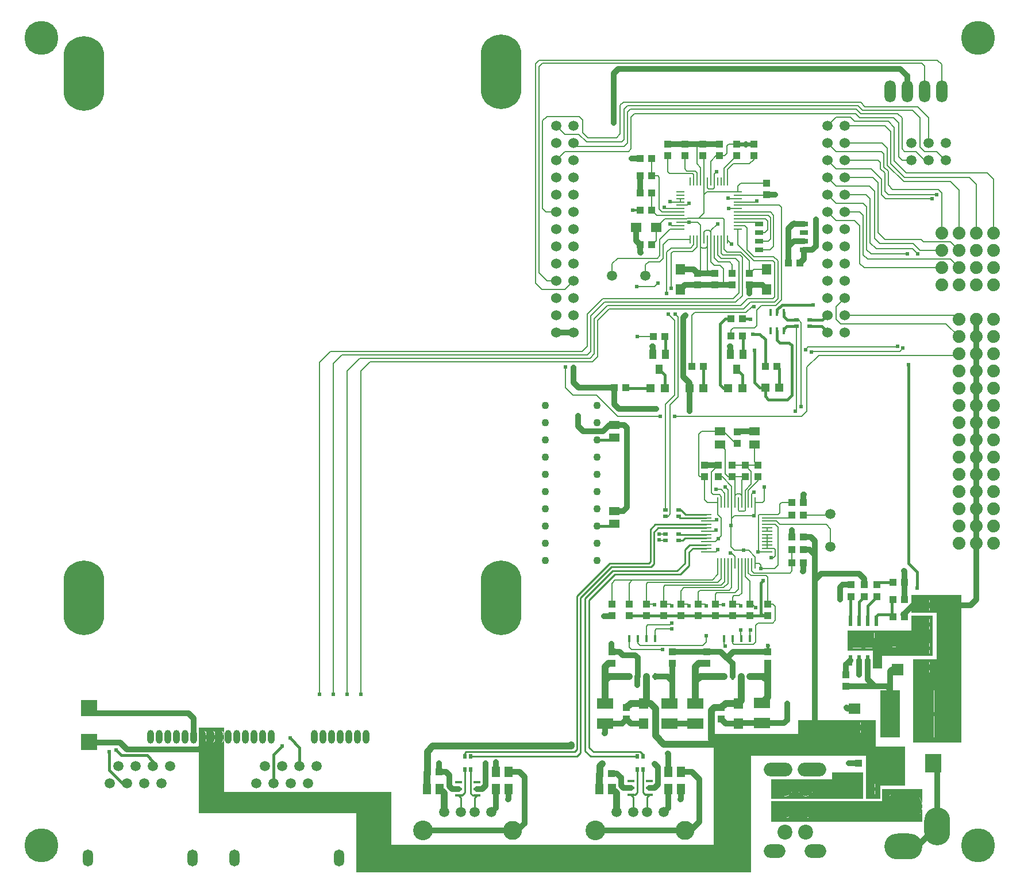
<source format=gtl>
G04 (created by PCBNEW (2013-03-19 BZR 4004)-stable) date 2015/1/4 17:53:05*
%MOIN*%
G04 Gerber Fmt 3.4, Leading zero omitted, Abs format*
%FSLAX34Y34*%
G01*
G70*
G90*
G04 APERTURE LIST*
%ADD10C,0*%
%ADD11R,0.0649606X0.00984252*%
%ADD12R,0.00984252X0.0649606*%
%ADD13R,0.05X0.025*%
%ADD14O,0.0393701X0.0787402*%
%ADD15R,0.11811X0.275591*%
%ADD16R,0.0511X0.059*%
%ADD17R,0.059X0.0511*%
%ADD18R,0.0708X0.0629*%
%ADD19O,0.15X0.22*%
%ADD20O,0.22X0.15*%
%ADD21R,0.0511811X0.00984252*%
%ADD22R,0.00984252X0.0511811*%
%ADD23R,0.015748X0.0393701*%
%ADD24R,0.0393701X0.015748*%
%ADD25C,0.19685*%
%ADD26C,0.06*%
%ADD27C,0.0593*%
%ADD28R,0.023622X0.0629921*%
%ADD29R,0.129921X0.0905512*%
%ADD30C,0.0433071*%
%ADD31R,0.0255906X0.019685*%
%ADD32R,0.019685X0.0255906*%
%ADD33R,0.0393X0.0551*%
%ADD34R,0.0433X0.0393*%
%ADD35R,0.0393X0.0433*%
%ADD36R,0.0472X0.0472*%
%ADD37C,0.0591*%
%ADD38R,0.0944X0.1102*%
%ADD39R,0.0944X0.0944*%
%ADD40R,0.0944X0.0629*%
%ADD41R,0.0551X0.0629*%
%ADD42R,0.0629X0.0551*%
%ADD43R,0.0669291X0.0669291*%
%ADD44C,0.074*%
%ADD45C,0.114173*%
%ADD46C,0.110236*%
%ADD47O,0.0645X0.129*%
%ADD48O,0.23622X0.433071*%
%ADD49C,0.0866142*%
%ADD50O,0.125984X0.0787402*%
%ADD51O,0.165354X0.0787402*%
%ADD52O,0.0590551X0.0984252*%
%ADD53C,0.0240157*%
%ADD54C,0.032*%
%ADD55C,0.024*%
%ADD56C,0.032*%
%ADD57C,0.016*%
%ADD58C,0.008*%
%ADD59C,0.006*%
%ADD60C,0.024*%
%ADD61C,0.04*%
%ADD62C,0.012*%
%ADD63C,0.01*%
%ADD64C,0.001*%
G04 APERTURE END LIST*
G54D10*
G54D11*
X68869Y-59737D03*
X68869Y-59540D03*
X68869Y-59343D03*
X68869Y-59146D03*
X68869Y-58950D03*
X68869Y-58753D03*
X68869Y-58556D03*
X68869Y-58359D03*
X68869Y-58162D03*
X68869Y-57965D03*
X68869Y-57768D03*
X68869Y-57572D03*
G54D12*
X68180Y-56883D03*
X67983Y-56883D03*
X67786Y-56883D03*
X67589Y-56883D03*
X67392Y-56883D03*
X67196Y-56883D03*
X66999Y-56883D03*
X66802Y-56883D03*
X66605Y-56883D03*
X66408Y-56883D03*
X66211Y-56883D03*
X66014Y-56883D03*
G54D11*
X65325Y-57572D03*
X65325Y-57768D03*
X65325Y-57965D03*
X65325Y-58162D03*
X65325Y-58359D03*
X65325Y-58556D03*
X65325Y-58753D03*
X65325Y-58950D03*
X65325Y-59146D03*
X65325Y-59343D03*
X65325Y-59540D03*
X65325Y-59737D03*
G54D12*
X66014Y-60426D03*
X66211Y-60426D03*
X66408Y-60426D03*
X66605Y-60426D03*
X66802Y-60426D03*
X66999Y-60426D03*
X67196Y-60426D03*
X67392Y-60426D03*
X67589Y-60426D03*
X67786Y-60426D03*
X67983Y-60426D03*
X68180Y-60426D03*
G54D13*
X68404Y-40726D03*
X68404Y-41226D03*
X68404Y-41726D03*
X68404Y-42226D03*
X71004Y-42226D03*
X71004Y-41726D03*
X71004Y-41226D03*
X71004Y-40726D03*
G54D14*
X45620Y-70472D03*
X45120Y-70472D03*
X44620Y-70472D03*
X44120Y-70472D03*
X43620Y-70472D03*
X43120Y-70472D03*
X42620Y-70472D03*
X40120Y-70472D03*
X39620Y-70472D03*
X39120Y-70472D03*
X38620Y-70472D03*
X38120Y-70472D03*
X37620Y-70472D03*
X37120Y-70472D03*
X36620Y-70472D03*
X36120Y-70472D03*
X35620Y-70472D03*
X35120Y-70472D03*
X34620Y-70472D03*
X34120Y-70472D03*
X33620Y-70472D03*
X33120Y-70472D03*
G54D15*
X76015Y-69143D03*
X77984Y-69143D03*
G54D16*
X49126Y-73500D03*
X49874Y-73500D03*
X59126Y-73500D03*
X59874Y-73500D03*
X53874Y-73500D03*
X53126Y-73500D03*
X63874Y-73500D03*
X63126Y-73500D03*
X53874Y-72500D03*
X53126Y-72500D03*
X63874Y-72500D03*
X63126Y-72500D03*
X74126Y-73500D03*
X74874Y-73500D03*
G54D17*
X66147Y-52755D03*
X66147Y-53503D03*
X68147Y-52755D03*
X68147Y-53503D03*
G54D18*
X77945Y-66439D03*
X77945Y-65337D03*
X77945Y-62837D03*
X77945Y-63939D03*
X73945Y-69939D03*
X73945Y-68837D03*
G54D19*
X78750Y-75680D03*
G54D20*
X76780Y-74500D03*
X76780Y-76860D03*
G54D21*
X63829Y-38846D03*
X63829Y-39043D03*
X63829Y-39240D03*
X63829Y-39437D03*
X63829Y-39633D03*
X63829Y-39830D03*
X63829Y-40027D03*
X63829Y-40224D03*
X63829Y-40421D03*
X63829Y-40618D03*
X63829Y-40814D03*
X63829Y-41011D03*
G54D22*
X64419Y-41602D03*
X64616Y-41602D03*
X64813Y-41602D03*
X65010Y-41602D03*
X65207Y-41602D03*
X65403Y-41602D03*
X65600Y-41602D03*
X65797Y-41602D03*
X65994Y-41602D03*
X66191Y-41602D03*
X66388Y-41602D03*
X66585Y-41602D03*
G54D21*
X67175Y-41011D03*
X67175Y-40814D03*
X67175Y-40618D03*
X67175Y-40421D03*
X67175Y-40224D03*
X67175Y-40027D03*
X67175Y-39830D03*
X67175Y-39633D03*
X67175Y-39437D03*
X67175Y-39240D03*
X67175Y-39043D03*
X67175Y-38846D03*
G54D22*
X66585Y-38255D03*
X66388Y-38255D03*
X66191Y-38255D03*
X65994Y-38255D03*
X65797Y-38255D03*
X65600Y-38255D03*
X65403Y-38255D03*
X65207Y-38255D03*
X65010Y-38255D03*
X64813Y-38255D03*
X64616Y-38255D03*
X64419Y-38255D03*
G54D23*
X69454Y-46909D03*
X69848Y-46909D03*
X69848Y-45846D03*
X69454Y-45846D03*
X69061Y-45846D03*
X69061Y-46909D03*
G54D24*
X60966Y-73450D03*
X60966Y-73843D03*
X62029Y-73843D03*
X62029Y-73450D03*
X62029Y-73056D03*
X60966Y-73056D03*
X50966Y-73500D03*
X50966Y-73893D03*
X52029Y-73893D03*
X52029Y-73500D03*
X52029Y-73106D03*
X50966Y-73106D03*
G54D25*
X81102Y-76771D03*
X26771Y-76771D03*
X81102Y-29921D03*
G54D26*
X57631Y-47001D03*
X56631Y-47001D03*
X57631Y-46001D03*
X56631Y-46001D03*
X57631Y-45001D03*
X56631Y-45001D03*
X57631Y-44001D03*
X56631Y-44001D03*
X57631Y-43001D03*
X56631Y-43001D03*
X57631Y-42001D03*
X56631Y-42001D03*
X57631Y-41001D03*
X56631Y-41001D03*
X57631Y-40001D03*
X56631Y-40001D03*
X57631Y-39001D03*
X56631Y-39001D03*
X57631Y-38001D03*
X56631Y-38001D03*
X57631Y-37001D03*
X56631Y-37001D03*
X57631Y-36001D03*
X56631Y-36001D03*
G54D27*
X57631Y-35001D03*
X56631Y-35001D03*
G54D26*
X73379Y-47001D03*
X72379Y-47001D03*
X73379Y-46001D03*
X72379Y-46001D03*
X73379Y-45001D03*
X72379Y-45001D03*
X73379Y-44001D03*
X72379Y-44001D03*
X73379Y-43001D03*
X72379Y-43001D03*
X73379Y-42001D03*
X72379Y-42001D03*
X73379Y-41001D03*
X72379Y-41001D03*
X73379Y-40001D03*
X72379Y-40001D03*
X73379Y-39001D03*
X72379Y-39001D03*
X73379Y-38001D03*
X72379Y-38001D03*
X73379Y-37001D03*
X72379Y-37001D03*
X73379Y-36001D03*
X72379Y-36001D03*
G54D27*
X73379Y-35001D03*
X72379Y-35001D03*
G54D28*
X73695Y-66038D03*
X74195Y-66038D03*
X74695Y-66038D03*
X75195Y-66038D03*
X75195Y-63738D03*
X74695Y-63738D03*
X74195Y-63738D03*
X73695Y-63738D03*
G54D29*
X74445Y-64888D03*
G54D30*
X59000Y-60250D03*
X59000Y-59250D03*
X59000Y-58250D03*
X59000Y-57250D03*
X59000Y-56250D03*
X59000Y-55250D03*
X59000Y-54250D03*
X59000Y-53250D03*
X59000Y-52250D03*
X59000Y-51250D03*
X56000Y-51250D03*
X56000Y-52250D03*
X56000Y-53250D03*
X56000Y-54250D03*
X56000Y-55250D03*
X56000Y-56250D03*
X56000Y-57250D03*
X56000Y-58250D03*
X56000Y-59250D03*
X56000Y-60250D03*
G54D31*
X71328Y-46299D03*
X71328Y-46653D03*
X70580Y-46653D03*
X70580Y-46299D03*
G54D32*
X61322Y-71625D03*
X61677Y-71625D03*
X61677Y-72374D03*
X61322Y-72374D03*
G54D31*
X63724Y-58722D03*
X63724Y-59077D03*
X62975Y-59077D03*
X62975Y-58722D03*
G54D32*
X51322Y-71625D03*
X51677Y-71625D03*
X51677Y-72374D03*
X51322Y-72374D03*
G54D33*
X67472Y-48293D03*
X66724Y-48293D03*
X67098Y-49159D03*
X62972Y-48293D03*
X62224Y-48293D03*
X62598Y-49159D03*
G54D34*
X74500Y-62334D03*
X74500Y-61666D03*
X67102Y-36095D03*
X67102Y-36763D03*
X66852Y-43595D03*
X66852Y-44263D03*
G54D35*
X66764Y-47226D03*
X67432Y-47226D03*
G54D34*
X68347Y-54720D03*
X68347Y-55388D03*
G54D35*
X67432Y-46226D03*
X66764Y-46226D03*
X62266Y-47250D03*
X62934Y-47250D03*
G54D34*
X60860Y-62795D03*
X60860Y-63463D03*
G54D35*
X76166Y-62500D03*
X76834Y-62500D03*
X76834Y-63500D03*
X76166Y-63500D03*
X60014Y-50226D03*
X60682Y-50226D03*
X64514Y-48976D03*
X65182Y-48976D03*
G54D34*
X68102Y-36095D03*
X68102Y-36763D03*
G54D35*
X76834Y-61500D03*
X76166Y-61500D03*
X68764Y-48976D03*
X69432Y-48976D03*
G54D34*
X63860Y-62795D03*
X63860Y-63463D03*
X66860Y-62795D03*
X66860Y-63463D03*
X68897Y-62795D03*
X68897Y-63463D03*
X65860Y-62795D03*
X65860Y-63463D03*
X61860Y-62795D03*
X61860Y-63463D03*
X64860Y-62795D03*
X64860Y-63463D03*
X62860Y-62795D03*
X62860Y-63463D03*
G54D35*
X62186Y-38929D03*
X61518Y-38929D03*
X62186Y-39929D03*
X61518Y-39929D03*
G54D34*
X67860Y-62795D03*
X67860Y-63463D03*
X64102Y-36095D03*
X64102Y-36763D03*
X63102Y-36095D03*
X63102Y-36763D03*
G54D35*
X62186Y-36929D03*
X61518Y-36929D03*
X70981Y-59629D03*
X70313Y-59629D03*
X70981Y-60379D03*
X70313Y-60379D03*
X70313Y-57629D03*
X70981Y-57629D03*
G54D36*
X66610Y-50251D03*
X67436Y-50251D03*
X62110Y-50251D03*
X62936Y-50251D03*
X69586Y-50201D03*
X68760Y-50201D03*
X64360Y-50251D03*
X65186Y-50251D03*
G54D37*
X59887Y-43726D03*
X61809Y-43726D03*
G54D38*
X76010Y-72000D03*
X78490Y-72000D03*
G54D39*
X29550Y-70784D03*
X29550Y-68816D03*
G54D40*
X64716Y-68539D03*
X64716Y-69719D03*
X63216Y-68539D03*
X63216Y-69719D03*
X59466Y-68539D03*
X59466Y-69719D03*
X68578Y-68518D03*
X68578Y-69698D03*
G54D41*
X61716Y-68539D03*
X61716Y-69719D03*
X67216Y-68539D03*
X67216Y-69719D03*
X63852Y-43339D03*
X63852Y-44519D03*
G54D42*
X62442Y-40929D03*
X61262Y-40929D03*
G54D41*
X68852Y-43339D03*
X68852Y-44519D03*
G54D17*
X60000Y-58124D03*
X60000Y-57376D03*
X60000Y-53124D03*
X60000Y-52376D03*
G54D35*
X68897Y-66213D03*
X68897Y-65545D03*
G54D34*
X70120Y-42976D03*
X70788Y-42976D03*
X62186Y-41929D03*
X61518Y-41929D03*
G54D35*
X67852Y-43595D03*
X67852Y-44263D03*
X68852Y-38345D03*
X68852Y-39013D03*
X65152Y-36763D03*
X65152Y-36095D03*
X64852Y-43595D03*
X64852Y-44263D03*
X65852Y-43595D03*
X65852Y-44263D03*
X66102Y-36763D03*
X66102Y-36095D03*
X66216Y-68795D03*
X66216Y-69463D03*
X60716Y-68795D03*
X60716Y-69463D03*
G54D34*
X49166Y-72500D03*
X49834Y-72500D03*
X59166Y-72600D03*
X59834Y-72600D03*
X70981Y-58879D03*
X70313Y-58879D03*
G54D35*
X66047Y-55388D03*
X66047Y-54720D03*
X67597Y-55388D03*
X67597Y-54720D03*
X66847Y-55388D03*
X66847Y-54720D03*
X67147Y-53463D03*
X67147Y-52795D03*
G54D34*
X70313Y-56879D03*
X70981Y-56879D03*
G54D35*
X65247Y-55388D03*
X65247Y-54720D03*
X59860Y-63463D03*
X59860Y-62795D03*
X65360Y-66213D03*
X65360Y-65545D03*
X59860Y-66213D03*
X59860Y-65545D03*
X63360Y-66213D03*
X63360Y-65545D03*
X75250Y-61666D03*
X75250Y-62334D03*
X73454Y-66887D03*
X73454Y-67555D03*
X73750Y-61666D03*
X73750Y-62334D03*
G54D34*
X74834Y-72000D03*
X74166Y-72000D03*
X62186Y-37929D03*
X61518Y-37929D03*
G54D43*
X76445Y-64930D03*
X76445Y-66583D03*
G54D23*
X62360Y-64779D03*
X61860Y-64779D03*
X61360Y-64779D03*
X60860Y-64779D03*
X62360Y-66979D03*
X61860Y-66979D03*
X61360Y-66979D03*
X60860Y-66979D03*
X67860Y-64779D03*
X67360Y-64779D03*
X66860Y-64779D03*
X66360Y-64779D03*
X67860Y-66979D03*
X67360Y-66979D03*
X66860Y-66979D03*
X66360Y-66979D03*
G54D31*
X63724Y-57322D03*
X63724Y-57677D03*
X62975Y-57677D03*
X62975Y-57322D03*
G54D44*
X82000Y-50250D03*
X81000Y-50250D03*
X80000Y-50250D03*
X82000Y-49250D03*
X81000Y-49250D03*
X80000Y-49250D03*
X82000Y-54250D03*
X81000Y-54250D03*
X80000Y-54250D03*
X82000Y-51250D03*
X81000Y-51250D03*
X80000Y-51250D03*
X82000Y-48250D03*
X81000Y-48250D03*
X80000Y-48250D03*
X82000Y-52250D03*
X81000Y-52250D03*
X80000Y-52250D03*
X82000Y-53250D03*
X81000Y-53250D03*
X80000Y-53250D03*
X82000Y-55250D03*
X81000Y-55250D03*
X80000Y-55250D03*
X82000Y-59250D03*
X81000Y-59250D03*
X80000Y-59250D03*
X82000Y-46250D03*
X81000Y-46250D03*
X80000Y-46250D03*
X82000Y-47250D03*
X81000Y-47250D03*
X80000Y-47250D03*
G54D27*
X61106Y-74856D03*
X61893Y-74856D03*
X62877Y-74856D03*
X60122Y-74856D03*
G54D45*
X58901Y-75919D03*
G54D46*
X64098Y-75919D03*
G54D27*
X51106Y-74856D03*
X51893Y-74856D03*
X52877Y-74856D03*
X50122Y-74856D03*
G54D45*
X48901Y-75919D03*
G54D46*
X54098Y-75919D03*
G54D47*
X76000Y-33000D03*
X77000Y-33000D03*
X78000Y-33000D03*
X79000Y-33000D03*
G54D25*
X26771Y-29921D03*
G54D48*
X53444Y-31889D03*
X29232Y-31988D03*
X53444Y-62401D03*
X29232Y-62401D03*
G54D44*
X82000Y-42250D03*
X81000Y-42250D03*
X80000Y-42250D03*
X79000Y-42250D03*
X82000Y-41250D03*
X81000Y-41250D03*
X80000Y-41250D03*
X79000Y-41250D03*
X82000Y-43250D03*
X81000Y-43250D03*
X80000Y-43250D03*
X79000Y-43250D03*
X79000Y-44250D03*
X80000Y-44250D03*
X81000Y-44250D03*
X82000Y-44250D03*
X82000Y-58250D03*
X81000Y-58250D03*
X80000Y-58250D03*
X82000Y-57250D03*
X81000Y-57250D03*
X80000Y-57250D03*
X82000Y-56250D03*
X81000Y-56250D03*
X80000Y-56250D03*
G54D49*
X71090Y-76009D03*
X69909Y-76009D03*
X71090Y-74750D03*
X69909Y-74750D03*
X71090Y-73490D03*
X69909Y-73490D03*
G54D50*
X69318Y-77112D03*
X71681Y-77112D03*
G54D51*
X71484Y-72387D03*
X69515Y-72387D03*
G54D27*
X77250Y-37000D03*
X77250Y-36000D03*
X78250Y-37000D03*
X78250Y-36000D03*
X79250Y-37000D03*
X79250Y-36000D03*
G54D37*
X72550Y-57539D03*
X72550Y-59461D03*
G54D27*
X40750Y-72181D03*
X41250Y-73181D03*
X42250Y-73181D03*
X42750Y-72181D03*
X41750Y-72181D03*
X39250Y-73181D03*
X39750Y-72181D03*
X40250Y-73181D03*
G54D52*
X44031Y-77521D03*
X37968Y-77521D03*
G54D27*
X32250Y-72181D03*
X32750Y-73181D03*
X33750Y-73181D03*
X34250Y-72181D03*
X33250Y-72181D03*
X30750Y-73181D03*
X31250Y-72181D03*
X31750Y-73181D03*
G54D52*
X35531Y-77521D03*
X29468Y-77521D03*
G54D53*
X70450Y-40681D03*
G54D54*
X67625Y-36100D03*
G54D53*
X68650Y-61400D03*
X68025Y-47100D03*
X67900Y-46250D03*
G54D54*
X59975Y-34850D03*
X61000Y-36925D03*
X64150Y-46000D03*
X62425Y-51450D03*
X64375Y-51575D03*
X78850Y-62837D03*
X57625Y-49050D03*
G54D55*
X67517Y-59659D03*
X66777Y-58219D03*
X65897Y-58479D03*
X68697Y-55979D03*
X68497Y-60729D03*
X64402Y-43339D03*
X64352Y-40629D03*
X64352Y-39529D03*
X66652Y-39829D03*
X68097Y-57639D03*
G54D54*
X44300Y-74550D03*
X44300Y-73850D03*
X43000Y-74500D03*
X43000Y-73850D03*
X42100Y-74500D03*
X42100Y-73850D03*
X41000Y-74500D03*
X41000Y-73850D03*
X39950Y-74550D03*
X40000Y-73900D03*
X38850Y-74550D03*
X38850Y-73900D03*
X37850Y-73950D03*
X37850Y-74550D03*
X37000Y-74500D03*
X36200Y-74450D03*
X36200Y-73850D03*
X36200Y-73000D03*
X36150Y-72100D03*
X37050Y-73800D03*
X37100Y-72900D03*
X37100Y-72050D03*
X36600Y-73800D03*
X36600Y-72950D03*
X36600Y-72100D03*
X36600Y-71250D03*
X37100Y-71250D03*
X36120Y-71270D03*
X45550Y-74250D03*
X46250Y-74250D03*
X46250Y-75250D03*
X45550Y-75250D03*
X46250Y-76250D03*
X45550Y-76300D03*
X46400Y-77200D03*
X45550Y-77200D03*
X45550Y-77950D03*
X46400Y-77950D03*
X47150Y-77900D03*
X47150Y-77100D03*
X48050Y-77100D03*
X48050Y-77950D03*
X49050Y-77750D03*
X49050Y-77000D03*
X50050Y-77050D03*
X50050Y-77750D03*
X51000Y-77750D03*
X51000Y-77050D03*
X52100Y-77050D03*
X52100Y-77750D03*
X53100Y-77750D03*
X53100Y-77050D03*
X54100Y-77050D03*
X54100Y-77750D03*
X55200Y-77750D03*
X55200Y-77050D03*
X56500Y-77050D03*
X56500Y-77750D03*
X57650Y-77750D03*
X57650Y-77050D03*
X58800Y-77050D03*
X58800Y-77750D03*
X59950Y-77750D03*
X59950Y-77050D03*
X61100Y-77050D03*
X61100Y-77750D03*
X62400Y-77750D03*
X62450Y-77050D03*
X63350Y-77100D03*
X63350Y-77750D03*
X64400Y-77800D03*
X64400Y-77100D03*
X65350Y-77100D03*
X65250Y-77800D03*
X66300Y-77850D03*
X67300Y-77850D03*
X67350Y-76750D03*
X66300Y-76750D03*
X67350Y-75900D03*
X66350Y-75900D03*
X67350Y-75000D03*
X66400Y-75000D03*
X67300Y-74250D03*
X66450Y-74250D03*
X67300Y-73450D03*
X66450Y-73450D03*
X67300Y-72750D03*
X66450Y-72750D03*
X67300Y-72050D03*
X66450Y-72050D03*
X66450Y-71250D03*
X67300Y-71250D03*
X67300Y-70650D03*
X68050Y-70650D03*
X68050Y-71250D03*
X68800Y-71250D03*
X68800Y-70650D03*
X69550Y-70650D03*
X69550Y-71250D03*
X70350Y-71250D03*
X70350Y-70650D03*
X70950Y-71250D03*
X70950Y-70725D03*
X70950Y-70225D03*
X70950Y-69775D03*
G54D55*
X71650Y-59275D03*
X71550Y-45400D03*
G54D54*
X73050Y-70900D03*
G54D55*
X74204Y-66871D03*
X63050Y-44750D03*
X63150Y-45950D03*
X63300Y-44450D03*
X63550Y-45950D03*
G54D53*
X62550Y-44150D03*
X61300Y-44350D03*
X61350Y-47250D03*
X62900Y-39750D03*
G54D55*
X68275Y-39375D03*
X68100Y-45500D03*
X43700Y-68000D03*
X42900Y-68000D03*
X44500Y-68000D03*
X45300Y-68000D03*
X77600Y-42450D03*
X78700Y-39000D03*
X77000Y-42450D03*
X78450Y-39250D03*
G54D53*
X63500Y-51880D03*
X62680Y-51880D03*
X57160Y-49020D03*
X77060Y-48880D03*
X77560Y-61840D03*
X65800Y-66980D03*
G54D54*
X62350Y-72050D03*
X68900Y-67750D03*
X59300Y-72050D03*
X52550Y-72000D03*
X52800Y-71000D03*
X57500Y-70950D03*
X59450Y-67750D03*
G54D55*
X61075Y-39925D03*
X62847Y-66979D03*
G54D54*
X75750Y-64950D03*
X74445Y-64888D03*
G54D53*
X66000Y-40700D03*
X57900Y-51850D03*
X71700Y-40450D03*
X67850Y-44750D03*
X68150Y-48050D03*
X66700Y-47800D03*
X62200Y-47800D03*
X53150Y-71950D03*
X53850Y-74100D03*
X71000Y-56400D03*
X73100Y-62500D03*
X76800Y-60850D03*
X73600Y-72000D03*
X70050Y-68550D03*
X60400Y-73000D03*
X63100Y-71450D03*
X63850Y-74100D03*
X49850Y-72000D03*
G54D55*
X66747Y-59829D03*
X65997Y-59629D03*
X69352Y-39029D03*
X66802Y-41879D03*
X63252Y-40729D03*
X66352Y-44263D03*
X63252Y-39429D03*
X65952Y-37679D03*
X64652Y-36095D03*
X61518Y-38429D03*
X61552Y-42379D03*
G54D54*
X77254Y-65337D03*
X73479Y-68794D03*
G54D55*
X68897Y-65179D03*
X68097Y-56279D03*
X65647Y-54720D03*
X69097Y-60079D03*
X70947Y-60879D03*
X70297Y-58479D03*
X61347Y-67479D03*
X59847Y-65079D03*
X59397Y-63479D03*
X67647Y-52755D03*
X65947Y-57879D03*
G54D53*
X63997Y-69719D03*
X59447Y-70279D03*
G54D54*
X77945Y-64621D03*
G54D55*
X66037Y-58979D03*
X68337Y-59739D03*
X40750Y-71000D03*
X41200Y-70550D03*
X31100Y-71250D03*
X30700Y-71350D03*
X66602Y-39229D03*
X67347Y-64279D03*
X67347Y-62879D03*
X65347Y-64629D03*
X65347Y-62879D03*
X63347Y-64229D03*
X62347Y-62829D03*
X64347Y-62879D03*
X62797Y-65429D03*
X63347Y-63879D03*
X63347Y-62879D03*
X70850Y-51300D03*
X65897Y-56129D03*
X70500Y-51575D03*
X66447Y-55979D03*
X67897Y-64279D03*
X66347Y-62829D03*
X68197Y-62979D03*
X66447Y-65204D03*
X76750Y-47925D03*
X71450Y-48150D03*
X62600Y-58700D03*
X76425Y-47825D03*
X62600Y-59050D03*
X71100Y-48000D03*
G54D56*
X70450Y-40681D02*
X70494Y-40726D01*
X70494Y-40726D02*
X71004Y-40726D01*
G54D57*
X68764Y-48976D02*
X68764Y-47414D01*
X68764Y-47414D02*
X68450Y-47100D01*
X68450Y-47100D02*
X68025Y-47100D01*
G54D56*
X67625Y-36100D02*
X67625Y-36095D01*
G54D57*
X68897Y-63463D02*
X68663Y-63463D01*
X68663Y-63463D02*
X68500Y-63300D01*
X68500Y-63300D02*
X68500Y-61550D01*
X68500Y-61550D02*
X68650Y-61400D01*
X67900Y-46250D02*
X67876Y-46226D01*
X67876Y-46226D02*
X67432Y-46226D01*
G54D56*
X59975Y-34850D02*
X59975Y-31975D01*
X59975Y-31975D02*
X60250Y-31700D01*
X60250Y-31700D02*
X76575Y-31700D01*
X76575Y-31700D02*
X77000Y-32125D01*
X77000Y-32125D02*
X77000Y-33000D01*
X61000Y-36925D02*
X61004Y-36929D01*
X61004Y-36929D02*
X61518Y-36929D01*
X64360Y-50251D02*
X64360Y-49935D01*
X64360Y-49935D02*
X64000Y-49575D01*
X64000Y-49575D02*
X64000Y-46150D01*
X64000Y-46150D02*
X64150Y-46000D01*
X62425Y-51450D02*
X60275Y-51450D01*
X60275Y-51450D02*
X60014Y-51189D01*
X60014Y-51189D02*
X60014Y-50226D01*
X64375Y-51575D02*
X64360Y-51560D01*
X64360Y-51560D02*
X64360Y-50251D01*
X57625Y-49050D02*
X57625Y-49900D01*
X57625Y-49900D02*
X57951Y-50226D01*
X57951Y-50226D02*
X60014Y-50226D01*
X56631Y-47001D02*
X57631Y-47001D01*
X81000Y-47250D02*
X81000Y-46250D01*
X81000Y-48250D02*
X81000Y-47250D01*
X81000Y-49250D02*
X81000Y-48250D01*
X81000Y-50250D02*
X81000Y-49250D01*
X81000Y-51250D02*
X81000Y-50250D01*
X81000Y-52250D02*
X81000Y-51250D01*
X81000Y-53250D02*
X81000Y-52250D01*
X81000Y-54250D02*
X81000Y-53250D01*
X81000Y-55250D02*
X81000Y-54250D01*
X81000Y-56250D02*
X81000Y-55250D01*
X81000Y-57250D02*
X81000Y-56250D01*
X81000Y-58250D02*
X81000Y-57250D01*
X81000Y-59250D02*
X81000Y-58250D01*
X77945Y-62837D02*
X78850Y-62837D01*
X78850Y-62837D02*
X80662Y-62837D01*
X80662Y-62837D02*
X81000Y-62500D01*
X81000Y-62500D02*
X81000Y-59250D01*
X77945Y-66439D02*
X78760Y-66439D01*
X78760Y-66439D02*
X79100Y-66100D01*
X79100Y-66100D02*
X79100Y-63075D01*
X79100Y-63075D02*
X78862Y-62837D01*
X78862Y-62837D02*
X77945Y-62837D01*
X77984Y-69143D02*
X77984Y-66478D01*
X77984Y-66478D02*
X77945Y-66439D01*
G54D58*
X65821Y-58556D02*
X65897Y-58479D01*
X65821Y-58556D02*
X65325Y-58556D01*
G54D56*
X71004Y-41726D02*
X70423Y-41726D01*
X70423Y-41726D02*
X70120Y-42029D01*
X70120Y-42976D02*
X70120Y-42029D01*
X70120Y-42029D02*
X70120Y-40979D01*
X70373Y-40726D02*
X71004Y-40726D01*
X70120Y-40979D02*
X70373Y-40726D01*
X77945Y-66439D02*
X77945Y-69105D01*
X77945Y-69105D02*
X77984Y-69143D01*
G54D58*
X68180Y-56883D02*
X68594Y-56883D01*
X68697Y-56779D02*
X68697Y-55979D01*
X68594Y-56883D02*
X68697Y-56779D01*
X65402Y-42029D02*
X65402Y-41603D01*
X65402Y-41603D02*
X65403Y-41602D01*
X65010Y-41602D02*
X65010Y-42037D01*
X65302Y-42129D02*
X65402Y-42029D01*
X65402Y-42029D02*
X65403Y-42027D01*
X65102Y-42129D02*
X65302Y-42129D01*
X65010Y-42037D02*
X65102Y-42129D01*
X67037Y-57639D02*
X66987Y-57639D01*
X68097Y-57639D02*
X67037Y-57639D01*
X66987Y-57639D02*
X66802Y-57825D01*
X68869Y-58162D02*
X69330Y-58162D01*
X69330Y-58162D02*
X69497Y-58329D01*
X69497Y-58329D02*
X69497Y-60529D01*
X69497Y-60529D02*
X69297Y-60729D01*
X69297Y-60729D02*
X68497Y-60729D01*
G54D59*
X68180Y-60426D02*
X68394Y-60426D01*
X68394Y-60426D02*
X68497Y-60529D01*
X68497Y-60529D02*
X68497Y-60729D01*
G54D56*
X64852Y-43595D02*
X65852Y-43595D01*
G54D58*
X65010Y-41602D02*
X65010Y-40787D01*
X64852Y-40629D02*
X64352Y-40629D01*
X65010Y-40787D02*
X64852Y-40629D01*
X63829Y-40618D02*
X64341Y-40618D01*
X64341Y-40618D02*
X64352Y-40629D01*
X63829Y-39633D02*
X64247Y-39633D01*
X64247Y-39633D02*
X64352Y-39529D01*
X67175Y-39830D02*
X66653Y-39830D01*
X66653Y-39830D02*
X66652Y-39829D01*
G54D60*
X67102Y-36095D02*
X67625Y-36095D01*
X67625Y-36095D02*
X68102Y-36095D01*
G54D58*
X66552Y-36479D02*
X66552Y-36629D01*
X66552Y-36479D02*
X66552Y-36179D01*
X66552Y-36179D02*
X66636Y-36095D01*
X66636Y-36095D02*
X67102Y-36095D01*
X66552Y-36629D02*
X66418Y-36763D01*
X66418Y-36763D02*
X66102Y-36763D01*
X65600Y-38255D02*
X65600Y-37080D01*
G54D59*
X65918Y-36763D02*
X66102Y-36763D01*
G54D58*
X65600Y-37080D02*
X65918Y-36763D01*
G54D56*
X63852Y-43339D02*
X64402Y-43339D01*
X64402Y-43339D02*
X64596Y-43339D01*
X64596Y-43339D02*
X64852Y-43595D01*
G54D59*
X65403Y-41602D02*
X65403Y-42027D01*
X65403Y-42027D02*
X65403Y-43380D01*
X65403Y-43380D02*
X65618Y-43595D01*
X65618Y-43595D02*
X65852Y-43595D01*
X65010Y-41602D02*
X65010Y-43437D01*
X65010Y-43437D02*
X64852Y-43595D01*
G54D57*
X61860Y-63463D02*
X60860Y-63463D01*
X62860Y-63463D02*
X61860Y-63463D01*
X63860Y-63463D02*
X62860Y-63463D01*
X63860Y-63463D02*
X64860Y-63463D01*
X65860Y-63463D02*
X64860Y-63463D01*
X66860Y-63463D02*
X65860Y-63463D01*
X67860Y-63463D02*
X66860Y-63463D01*
X68897Y-63463D02*
X67860Y-63463D01*
G54D59*
X66802Y-56883D02*
X66802Y-55934D01*
X66256Y-55388D02*
X66047Y-55388D01*
X66802Y-55934D02*
X66256Y-55388D01*
G54D58*
X66777Y-58219D02*
X66777Y-59459D01*
X66977Y-59659D02*
X67517Y-59659D01*
X66777Y-59459D02*
X66977Y-59659D01*
X68180Y-60426D02*
X68180Y-60042D01*
X68180Y-60042D02*
X67797Y-59659D01*
X67797Y-59659D02*
X67517Y-59659D01*
X66802Y-58195D02*
X66802Y-57825D01*
X66777Y-58219D02*
X66802Y-58195D01*
X66802Y-57825D02*
X66802Y-56883D01*
X68180Y-56883D02*
X68180Y-57557D01*
X68180Y-57557D02*
X68097Y-57639D01*
G54D56*
X77330Y-62837D02*
X76779Y-63388D01*
X77945Y-62837D02*
X77330Y-62837D01*
X30600Y-70800D02*
X29566Y-70800D01*
X29566Y-70800D02*
X29550Y-70784D01*
G54D58*
X43000Y-74500D02*
X44250Y-74500D01*
X44250Y-74500D02*
X44300Y-74550D01*
X42100Y-74500D02*
X43000Y-74500D01*
X41000Y-74500D02*
X42100Y-74500D01*
X39950Y-74550D02*
X40950Y-74550D01*
X40950Y-74550D02*
X41000Y-74500D01*
X38850Y-74550D02*
X39950Y-74550D01*
X37850Y-74550D02*
X38850Y-74550D01*
X37050Y-73800D02*
X37700Y-73800D01*
X37700Y-73800D02*
X37850Y-73950D01*
X36600Y-73800D02*
X36600Y-74100D01*
X36600Y-74100D02*
X37000Y-74500D01*
X36200Y-73000D02*
X36200Y-73850D01*
X36200Y-73000D02*
X36120Y-73000D01*
X36120Y-71270D02*
X36120Y-72070D01*
X36120Y-72070D02*
X36150Y-72100D01*
X37100Y-72050D02*
X37100Y-72900D01*
X36600Y-72950D02*
X36600Y-73800D01*
X36620Y-70472D02*
X36620Y-71229D01*
X36620Y-71229D02*
X36600Y-71250D01*
X36120Y-70472D02*
X36120Y-71270D01*
X46250Y-75250D02*
X46250Y-74250D01*
X45550Y-76300D02*
X45550Y-75250D01*
X45550Y-77200D02*
X45550Y-76300D01*
X45550Y-77950D02*
X45550Y-77200D01*
X47150Y-77900D02*
X46450Y-77900D01*
X46450Y-77900D02*
X46400Y-77950D01*
X48050Y-77100D02*
X47150Y-77100D01*
X49050Y-77750D02*
X48250Y-77750D01*
X48250Y-77750D02*
X48050Y-77950D01*
X50050Y-77050D02*
X49100Y-77050D01*
X49100Y-77050D02*
X49050Y-77000D01*
X51000Y-77750D02*
X50050Y-77750D01*
X52100Y-77050D02*
X51000Y-77050D01*
X53100Y-77750D02*
X52100Y-77750D01*
X54100Y-77050D02*
X53100Y-77050D01*
X55200Y-77750D02*
X54100Y-77750D01*
X56500Y-77050D02*
X55200Y-77050D01*
X57650Y-77750D02*
X56500Y-77750D01*
X58800Y-77050D02*
X57650Y-77050D01*
X59950Y-77750D02*
X58800Y-77750D01*
X61100Y-77050D02*
X59950Y-77050D01*
X62400Y-77750D02*
X61100Y-77750D01*
X63350Y-77100D02*
X62500Y-77100D01*
X62500Y-77100D02*
X62450Y-77050D01*
X64400Y-77800D02*
X63400Y-77800D01*
X63400Y-77800D02*
X63350Y-77750D01*
X64400Y-77100D02*
X64400Y-77800D01*
X65350Y-77100D02*
X64400Y-77100D01*
X65250Y-77800D02*
X65250Y-77200D01*
X65250Y-77200D02*
X65350Y-77100D01*
X66350Y-75900D02*
X66350Y-76700D01*
X66350Y-76700D02*
X66300Y-76750D01*
X67350Y-75000D02*
X67350Y-75900D01*
X67300Y-74250D02*
X67300Y-74950D01*
X67300Y-74950D02*
X67350Y-75000D01*
X66450Y-73450D02*
X66450Y-74250D01*
X67300Y-72750D02*
X67300Y-73450D01*
X66450Y-72750D02*
X66450Y-73450D01*
X67300Y-72050D02*
X67300Y-72750D01*
X67350Y-72700D02*
X67300Y-72750D01*
G54D56*
X70950Y-70725D02*
X70950Y-71250D01*
X70950Y-70225D02*
X70950Y-70725D01*
X73050Y-70900D02*
X72075Y-70900D01*
X72075Y-70900D02*
X70950Y-69775D01*
G54D57*
X71550Y-45400D02*
X69750Y-45400D01*
X69454Y-45846D02*
X69454Y-45695D01*
X69454Y-45695D02*
X69750Y-45400D01*
G54D56*
X74500Y-61666D02*
X74500Y-61325D01*
X74500Y-61325D02*
X74200Y-61025D01*
X74200Y-61025D02*
X72000Y-61025D01*
X72000Y-61025D02*
X71650Y-61375D01*
X71650Y-59950D02*
X71650Y-59275D01*
X71650Y-59275D02*
X71650Y-59125D01*
X71650Y-59125D02*
X71404Y-58879D01*
X71404Y-58879D02*
X70981Y-58879D01*
X70981Y-59629D02*
X71329Y-59629D01*
X71329Y-59629D02*
X71650Y-59950D01*
X71550Y-70900D02*
X71650Y-70800D01*
X71650Y-70800D02*
X71650Y-61375D01*
X71650Y-61375D02*
X71650Y-59950D01*
G54D61*
X62400Y-70150D02*
X62400Y-70425D01*
X62400Y-70425D02*
X62875Y-70900D01*
X66216Y-68795D02*
X65804Y-68795D01*
X65804Y-68795D02*
X65650Y-68950D01*
X65650Y-68950D02*
X65650Y-70625D01*
X65650Y-70625D02*
X65925Y-70900D01*
X61716Y-68539D02*
X62089Y-68539D01*
X62089Y-68539D02*
X62400Y-68850D01*
X62400Y-68850D02*
X62400Y-70150D01*
X62875Y-70900D02*
X65925Y-70900D01*
X65925Y-70900D02*
X67150Y-70900D01*
X73050Y-70900D02*
X71550Y-70900D01*
X71550Y-70900D02*
X67150Y-70900D01*
X67150Y-70900D02*
X66850Y-71200D01*
X66850Y-71200D02*
X66850Y-76950D01*
X66850Y-76950D02*
X66450Y-77350D01*
X66450Y-77350D02*
X46850Y-77350D01*
X46850Y-77350D02*
X46250Y-76750D01*
X46250Y-76750D02*
X46250Y-76250D01*
X46250Y-76250D02*
X46250Y-75250D01*
X46250Y-75250D02*
X46250Y-74550D01*
X46250Y-74550D02*
X45950Y-74250D01*
X45950Y-74250D02*
X45550Y-74250D01*
X45550Y-74250D02*
X36600Y-74250D01*
X36600Y-74250D02*
X36120Y-73770D01*
X36120Y-73770D02*
X36120Y-73000D01*
X36120Y-73000D02*
X36120Y-70472D01*
X73945Y-69939D02*
X73945Y-70654D01*
X73945Y-70654D02*
X73700Y-70900D01*
X73700Y-70900D02*
X73050Y-70900D01*
X73050Y-70900D02*
X73700Y-70900D01*
X73945Y-70654D02*
X73945Y-69939D01*
X73700Y-70900D02*
X73945Y-70654D01*
G54D56*
X36120Y-70472D02*
X36120Y-71029D01*
X29834Y-70800D02*
X29550Y-71084D01*
X31350Y-70800D02*
X30600Y-70800D01*
X30600Y-70800D02*
X29834Y-70800D01*
X31750Y-71200D02*
X31350Y-70800D01*
X35950Y-71200D02*
X31750Y-71200D01*
X36120Y-71029D02*
X35950Y-71200D01*
X74834Y-72000D02*
X74834Y-70284D01*
X74834Y-70284D02*
X74489Y-69939D01*
X74489Y-69939D02*
X73945Y-69939D01*
X74834Y-72000D02*
X76010Y-72000D01*
X74834Y-72000D02*
X74834Y-73460D01*
X74834Y-73460D02*
X74874Y-73500D01*
X74204Y-66871D02*
X74195Y-66871D01*
G54D61*
X61716Y-68539D02*
X60972Y-68539D01*
X60972Y-68539D02*
X60716Y-68795D01*
X61860Y-66979D02*
X61860Y-68396D01*
G54D56*
X61860Y-68396D02*
X61716Y-68539D01*
G54D61*
X67216Y-68539D02*
X66472Y-68539D01*
X66472Y-68539D02*
X66216Y-68795D01*
X67360Y-66979D02*
X67360Y-68396D01*
G54D56*
X67360Y-68396D02*
X67216Y-68539D01*
X74195Y-66038D02*
X74195Y-66871D01*
G54D58*
X78250Y-36000D02*
X78250Y-34550D01*
X78250Y-34550D02*
X77600Y-33900D01*
X77600Y-33900D02*
X74550Y-33900D01*
X58175Y-35125D02*
X58175Y-35400D01*
X58175Y-35400D02*
X58475Y-35700D01*
X58475Y-35700D02*
X60125Y-35700D01*
X60125Y-35700D02*
X60350Y-35475D01*
X60350Y-35475D02*
X60350Y-33825D01*
X60350Y-33825D02*
X60525Y-33650D01*
X55850Y-35450D02*
X55850Y-34725D01*
X55850Y-34725D02*
X56100Y-34475D01*
X56100Y-34475D02*
X57975Y-34475D01*
X57975Y-34475D02*
X58175Y-34675D01*
X58175Y-34675D02*
X58175Y-35125D01*
X56051Y-40001D02*
X56631Y-40001D01*
X55850Y-39800D02*
X56051Y-40001D01*
X55850Y-35450D02*
X55850Y-39800D01*
X74300Y-33650D02*
X60525Y-33650D01*
X74550Y-33900D02*
X74300Y-33650D01*
X77250Y-37000D02*
X76700Y-37000D01*
X76700Y-37000D02*
X76500Y-36800D01*
X76500Y-36800D02*
X76500Y-34850D01*
X76500Y-34850D02*
X76200Y-34550D01*
X76200Y-34550D02*
X74250Y-34550D01*
X74250Y-34550D02*
X74000Y-34300D01*
X58450Y-36500D02*
X60825Y-36500D01*
X60825Y-36500D02*
X60975Y-36350D01*
X60975Y-36350D02*
X60975Y-34500D01*
X60975Y-34500D02*
X61175Y-34300D01*
X56631Y-37001D02*
X57133Y-36500D01*
X76700Y-37000D02*
X77250Y-37000D01*
X61175Y-34300D02*
X74000Y-34300D01*
X58250Y-36500D02*
X58450Y-36500D01*
X57133Y-36500D02*
X58250Y-36500D01*
X77000Y-36500D02*
X76850Y-36500D01*
X76850Y-36500D02*
X76700Y-36350D01*
X76700Y-36350D02*
X76700Y-34550D01*
X76700Y-34550D02*
X76450Y-34300D01*
X76450Y-34300D02*
X74300Y-34300D01*
X74300Y-34300D02*
X74050Y-34050D01*
X57631Y-36001D02*
X57854Y-36225D01*
X57854Y-36225D02*
X60575Y-36225D01*
X60575Y-36225D02*
X60775Y-36025D01*
X60775Y-36025D02*
X60775Y-35800D01*
X60775Y-35800D02*
X60775Y-34225D01*
X60775Y-34225D02*
X60950Y-34050D01*
X78250Y-37000D02*
X78000Y-37000D01*
X74050Y-34050D02*
X60950Y-34050D01*
X77500Y-36500D02*
X77000Y-36500D01*
X78000Y-37000D02*
X77500Y-36500D01*
X77750Y-35950D02*
X77750Y-34550D01*
X77750Y-34550D02*
X77300Y-34100D01*
X77300Y-34100D02*
X74400Y-34100D01*
X74400Y-34100D02*
X74150Y-33850D01*
X60575Y-35250D02*
X60575Y-35825D01*
X60575Y-35825D02*
X60450Y-35950D01*
X60450Y-35950D02*
X58400Y-35950D01*
X58400Y-35950D02*
X57950Y-35500D01*
X60575Y-34200D02*
X60575Y-34050D01*
X60575Y-34050D02*
X60775Y-33850D01*
X60575Y-35250D02*
X60575Y-34200D01*
X79250Y-37000D02*
X79200Y-37000D01*
X57129Y-35500D02*
X56631Y-35001D01*
X57950Y-35500D02*
X57129Y-35500D01*
X74150Y-33850D02*
X60775Y-33850D01*
X77750Y-36250D02*
X77750Y-35950D01*
X78000Y-36500D02*
X77750Y-36250D01*
X78700Y-36500D02*
X78000Y-36500D01*
X79200Y-37000D02*
X78700Y-36500D01*
X73379Y-46001D02*
X79751Y-46001D01*
X79751Y-46001D02*
X80000Y-46250D01*
X73379Y-45001D02*
X72875Y-45506D01*
X72875Y-45506D02*
X72875Y-46250D01*
X72875Y-46250D02*
X73125Y-46500D01*
X73125Y-46500D02*
X79250Y-46500D01*
X79250Y-46500D02*
X80000Y-47250D01*
X55450Y-32250D02*
X55450Y-31400D01*
X55450Y-31400D02*
X55650Y-31200D01*
X55650Y-31200D02*
X78750Y-31200D01*
X78750Y-31200D02*
X79000Y-31450D01*
X79000Y-31450D02*
X79000Y-33000D01*
X57133Y-44500D02*
X57631Y-44001D01*
X55800Y-44500D02*
X57133Y-44500D01*
X55450Y-44150D02*
X55800Y-44500D01*
X55450Y-32250D02*
X55450Y-44150D01*
X74100Y-40001D02*
X74251Y-40001D01*
X74251Y-40001D02*
X74450Y-40200D01*
X73379Y-40001D02*
X74100Y-40001D01*
X74450Y-40200D02*
X74450Y-42500D01*
X74450Y-42500D02*
X74700Y-42750D01*
X74700Y-42750D02*
X79500Y-42750D01*
X79500Y-42750D02*
X80000Y-43250D01*
X73379Y-38001D02*
X75001Y-38001D01*
X75001Y-38001D02*
X75300Y-38300D01*
X75300Y-38300D02*
X75300Y-41200D01*
X75300Y-41200D02*
X75700Y-41600D01*
X75700Y-41600D02*
X77800Y-41600D01*
X77800Y-41600D02*
X77950Y-41750D01*
X78400Y-41750D02*
X77950Y-41750D01*
X79500Y-41750D02*
X80000Y-42250D01*
X78400Y-41750D02*
X79500Y-41750D01*
X73379Y-36001D02*
X75551Y-36001D01*
X75551Y-36001D02*
X75850Y-36300D01*
X75850Y-36300D02*
X75850Y-37300D01*
X79500Y-38250D02*
X80000Y-38750D01*
X76800Y-38250D02*
X79500Y-38250D01*
X75850Y-37300D02*
X76800Y-38250D01*
X80000Y-38750D02*
X80000Y-41250D01*
X79000Y-43250D02*
X74500Y-43250D01*
X74500Y-43250D02*
X74250Y-43000D01*
X74250Y-43000D02*
X74250Y-40800D01*
X74250Y-40800D02*
X73950Y-40500D01*
X72379Y-40001D02*
X72877Y-40500D01*
X72877Y-40500D02*
X73950Y-40500D01*
X73900Y-38500D02*
X74800Y-38500D01*
X74800Y-38500D02*
X75100Y-38800D01*
X75100Y-38800D02*
X75100Y-41550D01*
X75100Y-41550D02*
X75400Y-41850D01*
X75400Y-41850D02*
X77350Y-41850D01*
X77350Y-41850D02*
X77750Y-42250D01*
X72379Y-38001D02*
X72877Y-38500D01*
X77750Y-42250D02*
X79000Y-42250D01*
X72877Y-38500D02*
X73900Y-38500D01*
X74100Y-36500D02*
X75489Y-36500D01*
X75489Y-36500D02*
X75650Y-36660D01*
X75650Y-36660D02*
X75650Y-37400D01*
X78800Y-38700D02*
X76150Y-38700D01*
X76150Y-38700D02*
X75900Y-38450D01*
X75900Y-38450D02*
X75900Y-37650D01*
X75900Y-37650D02*
X75650Y-37400D01*
X73650Y-36500D02*
X74100Y-36500D01*
X78800Y-38700D02*
X79000Y-38900D01*
X72379Y-36001D02*
X72877Y-36500D01*
X79000Y-38900D02*
X79000Y-41250D01*
X72877Y-36500D02*
X73650Y-36500D01*
X68852Y-43339D02*
X68108Y-43339D01*
X68108Y-43339D02*
X67852Y-43595D01*
X66388Y-41602D02*
X66388Y-42188D01*
X67852Y-42852D02*
X67852Y-43595D01*
X67350Y-42350D02*
X67852Y-42852D01*
X66550Y-42350D02*
X67350Y-42350D01*
X66388Y-42188D02*
X66550Y-42350D01*
X63829Y-40421D02*
X62950Y-40421D01*
X62950Y-40421D02*
X62442Y-40929D01*
X62442Y-40929D02*
X62442Y-41673D01*
X62442Y-41673D02*
X62186Y-41929D01*
X68852Y-38345D02*
X67336Y-38345D01*
X67175Y-38505D02*
X67175Y-38846D01*
X67336Y-38345D02*
X67175Y-38505D01*
X66388Y-41602D02*
X66388Y-40464D01*
X66302Y-40379D02*
X64902Y-40379D01*
X66388Y-40464D02*
X66302Y-40379D01*
X67175Y-38846D02*
X65385Y-38846D01*
X65385Y-38846D02*
X65207Y-39024D01*
X65207Y-38255D02*
X65207Y-39024D01*
X65207Y-39024D02*
X65207Y-40074D01*
X65207Y-40074D02*
X64902Y-40379D01*
X64210Y-40421D02*
X63829Y-40421D01*
X64902Y-40379D02*
X64252Y-40379D01*
X64252Y-40379D02*
X64210Y-40421D01*
G54D59*
X68108Y-43339D02*
X67852Y-43595D01*
X65207Y-38255D02*
X65207Y-36817D01*
X65207Y-36817D02*
X65152Y-36763D01*
G54D58*
X63050Y-44750D02*
X63050Y-44600D01*
X62975Y-57322D02*
X62975Y-51174D01*
X62975Y-51174D02*
X63500Y-50650D01*
X63500Y-50650D02*
X63500Y-46300D01*
X63500Y-46300D02*
X63150Y-45950D01*
X63950Y-42100D02*
X63300Y-42100D01*
X63300Y-42100D02*
X63050Y-42350D01*
X63050Y-42350D02*
X63050Y-44600D01*
X63050Y-44600D02*
X63050Y-44650D01*
X64616Y-41602D02*
X64616Y-41933D01*
X64616Y-41933D02*
X64450Y-42100D01*
X64450Y-42100D02*
X63950Y-42100D01*
X63050Y-44650D02*
X63050Y-44700D01*
X63300Y-44450D02*
X63300Y-42400D01*
X63300Y-42400D02*
X63400Y-42300D01*
X63550Y-45950D02*
X63700Y-46100D01*
X63700Y-46100D02*
X63700Y-50750D01*
X63700Y-50750D02*
X63250Y-51200D01*
X63250Y-51200D02*
X63250Y-57550D01*
X63250Y-57550D02*
X63122Y-57677D01*
X63122Y-57677D02*
X62975Y-57677D01*
X64813Y-41602D02*
X64813Y-42036D01*
X64813Y-42036D02*
X64550Y-42300D01*
X64550Y-42300D02*
X63400Y-42300D01*
X63400Y-42300D02*
X63300Y-42400D01*
X67175Y-40027D02*
X69077Y-40027D01*
X69023Y-42226D02*
X68404Y-42226D01*
X69250Y-42000D02*
X69023Y-42226D01*
X69250Y-40200D02*
X69250Y-42000D01*
X69077Y-40027D02*
X69250Y-40200D01*
X67175Y-40224D02*
X68924Y-40224D01*
X68923Y-41726D02*
X68404Y-41726D01*
X69060Y-41589D02*
X68923Y-41726D01*
X69060Y-40360D02*
X69060Y-41589D01*
X68924Y-40224D02*
X69060Y-40360D01*
X67175Y-40421D02*
X68771Y-40421D01*
X68723Y-41226D02*
X68404Y-41226D01*
X68900Y-41050D02*
X68723Y-41226D01*
X68900Y-40550D02*
X68900Y-41050D01*
X68771Y-40421D02*
X68900Y-40550D01*
X67175Y-40618D02*
X68296Y-40618D01*
X68296Y-40618D02*
X68404Y-40726D01*
X62550Y-44150D02*
X62350Y-44350D01*
X62350Y-44350D02*
X61300Y-44350D01*
X61350Y-47250D02*
X62266Y-47250D01*
X63829Y-39830D02*
X62980Y-39830D01*
X62980Y-39830D02*
X62900Y-39750D01*
X68275Y-39375D02*
X68212Y-39437D01*
X68212Y-39437D02*
X67175Y-39437D01*
X68000Y-45500D02*
X68100Y-45500D01*
X64514Y-48976D02*
X64514Y-46010D01*
X64514Y-46010D02*
X64675Y-45850D01*
X64675Y-45850D02*
X67650Y-45850D01*
X67650Y-45850D02*
X68000Y-45500D01*
X68850Y-45450D02*
X69375Y-45450D01*
X69375Y-45450D02*
X69700Y-45125D01*
X69700Y-45125D02*
X69700Y-44925D01*
X67850Y-46750D02*
X68150Y-46750D01*
X68150Y-46750D02*
X68275Y-46625D01*
X68275Y-46625D02*
X68275Y-45700D01*
X68275Y-45700D02*
X68525Y-45450D01*
X69583Y-39633D02*
X69283Y-39633D01*
X69700Y-39750D02*
X69583Y-39633D01*
X69700Y-44925D02*
X69700Y-39750D01*
X68525Y-45450D02*
X68850Y-45450D01*
X67175Y-39633D02*
X69283Y-39633D01*
X66764Y-46885D02*
X66764Y-47226D01*
X66900Y-46750D02*
X66764Y-46885D01*
X67850Y-46750D02*
X66900Y-46750D01*
X62186Y-36929D02*
X62186Y-37929D01*
X63829Y-40027D02*
X62777Y-40027D01*
X62529Y-37929D02*
X62186Y-37929D01*
X62600Y-38000D02*
X62529Y-37929D01*
X62600Y-39850D02*
X62600Y-38000D01*
X62777Y-40027D02*
X62600Y-39850D01*
X57950Y-48300D02*
X58450Y-48300D01*
X67427Y-44650D02*
X67427Y-42979D01*
X66191Y-41602D02*
X66191Y-42229D01*
X66191Y-42418D02*
X66302Y-42529D01*
X66302Y-42529D02*
X67302Y-42529D01*
X67302Y-42529D02*
X67427Y-42654D01*
X67427Y-42654D02*
X67427Y-42979D01*
X66191Y-42229D02*
X66191Y-42418D01*
X67427Y-44872D02*
X67050Y-45250D01*
X67050Y-45250D02*
X59450Y-45250D01*
X59450Y-45250D02*
X58650Y-46050D01*
X58650Y-46050D02*
X58650Y-47850D01*
X67427Y-44650D02*
X67427Y-44872D01*
X43700Y-68000D02*
X43700Y-48800D01*
X43700Y-48800D02*
X44200Y-48300D01*
X44200Y-48300D02*
X57950Y-48300D01*
X58650Y-48100D02*
X58650Y-47850D01*
X58450Y-48300D02*
X58650Y-48100D01*
X58450Y-47250D02*
X58450Y-47800D01*
X42900Y-48750D02*
X42900Y-68000D01*
X43550Y-48100D02*
X42900Y-48750D01*
X58150Y-48100D02*
X43550Y-48100D01*
X58450Y-47800D02*
X58150Y-48100D01*
X66900Y-45056D02*
X59343Y-45056D01*
X58450Y-45950D02*
X58450Y-47250D01*
X59343Y-45056D02*
X58450Y-45950D01*
X67227Y-43204D02*
X67227Y-42904D01*
X66202Y-42729D02*
X65994Y-42521D01*
X67052Y-42729D02*
X66202Y-42729D01*
X67227Y-42904D02*
X67052Y-42729D01*
X67227Y-43204D02*
X67227Y-44729D01*
X67227Y-44729D02*
X66900Y-45056D01*
X66900Y-45056D02*
X66927Y-45029D01*
X65994Y-41602D02*
X65994Y-42521D01*
X68375Y-45050D02*
X69200Y-45050D01*
X69200Y-45050D02*
X69300Y-44950D01*
X58850Y-47500D02*
X58850Y-48250D01*
X67350Y-45450D02*
X59600Y-45450D01*
X59600Y-45450D02*
X58850Y-46200D01*
X58850Y-46200D02*
X58850Y-47500D01*
X67175Y-41011D02*
X67175Y-41925D01*
X67750Y-45050D02*
X67450Y-45350D01*
X69200Y-45050D02*
X68375Y-45050D01*
X68375Y-45050D02*
X67750Y-45050D01*
X69300Y-44950D02*
X69200Y-45050D01*
X69300Y-42950D02*
X69300Y-44950D01*
X69200Y-42850D02*
X69300Y-42950D01*
X68100Y-42850D02*
X69200Y-42850D01*
X67175Y-41925D02*
X68100Y-42850D01*
X67450Y-45350D02*
X67350Y-45450D01*
X44500Y-49250D02*
X44500Y-68000D01*
X45250Y-48500D02*
X44500Y-49250D01*
X58600Y-48500D02*
X45250Y-48500D01*
X58850Y-48250D02*
X58600Y-48500D01*
X59050Y-48400D02*
X59050Y-46500D01*
X58750Y-48700D02*
X59050Y-48400D01*
X45850Y-48700D02*
X58750Y-48700D01*
X45300Y-49250D02*
X45850Y-48700D01*
X45300Y-68000D02*
X45300Y-49250D01*
X67650Y-45500D02*
X67500Y-45650D01*
X67564Y-40814D02*
X67700Y-40950D01*
X67700Y-40950D02*
X67700Y-42200D01*
X67700Y-42200D02*
X68100Y-42600D01*
X68100Y-42600D02*
X69250Y-42600D01*
X69250Y-42600D02*
X69500Y-42850D01*
X69500Y-42850D02*
X69500Y-45050D01*
X69500Y-45050D02*
X69300Y-45250D01*
X69300Y-45250D02*
X67900Y-45250D01*
X67900Y-45250D02*
X67650Y-45500D01*
X67175Y-40814D02*
X67564Y-40814D01*
X59050Y-46310D02*
X59050Y-46500D01*
X59050Y-46500D02*
X59050Y-46950D01*
X59710Y-45650D02*
X59050Y-46310D01*
X67500Y-45650D02*
X59710Y-45650D01*
X62186Y-38929D02*
X62186Y-39929D01*
X63829Y-40224D02*
X62481Y-40224D01*
X62481Y-40224D02*
X62186Y-39929D01*
X59887Y-43726D02*
X59887Y-43012D01*
X59887Y-43012D02*
X60200Y-42700D01*
X60200Y-42700D02*
X62500Y-42700D01*
X62500Y-42700D02*
X62650Y-42550D01*
X62650Y-42550D02*
X62650Y-41600D01*
X62650Y-41600D02*
X63238Y-41011D01*
X63829Y-41011D02*
X63238Y-41011D01*
X63600Y-41602D02*
X63147Y-41602D01*
X63147Y-41602D02*
X62850Y-41900D01*
X62850Y-41900D02*
X62850Y-42700D01*
X62850Y-42700D02*
X62650Y-42900D01*
X62650Y-42900D02*
X62000Y-42900D01*
X62000Y-42900D02*
X61809Y-43090D01*
X61809Y-43090D02*
X61809Y-43726D01*
X63600Y-41602D02*
X64419Y-41602D01*
X78000Y-33000D02*
X78000Y-31550D01*
X78000Y-31550D02*
X77825Y-31375D01*
X77825Y-31375D02*
X55850Y-31375D01*
X55850Y-31375D02*
X55650Y-31575D01*
X55650Y-31575D02*
X55650Y-32250D01*
X55650Y-32250D02*
X55650Y-33950D01*
X56631Y-44001D02*
X56101Y-44001D01*
X55650Y-43550D02*
X55650Y-33950D01*
X56101Y-44001D02*
X55650Y-43550D01*
X77600Y-42450D02*
X77300Y-42150D01*
X77300Y-42150D02*
X75200Y-42150D01*
X75200Y-42150D02*
X74850Y-41800D01*
X74850Y-41800D02*
X74850Y-39250D01*
X74850Y-39250D02*
X74601Y-39001D01*
X73379Y-39001D02*
X74601Y-39001D01*
X74900Y-37001D02*
X75301Y-37001D01*
X75301Y-37001D02*
X75450Y-37150D01*
X75450Y-37150D02*
X75450Y-37500D01*
X78700Y-39000D02*
X75900Y-39000D01*
X75900Y-39000D02*
X75700Y-38800D01*
X75700Y-38800D02*
X75700Y-37750D01*
X75700Y-37750D02*
X75450Y-37500D01*
X73379Y-37001D02*
X74900Y-37001D01*
X77150Y-37750D02*
X76950Y-37750D01*
X76950Y-37750D02*
X76250Y-37050D01*
X76250Y-37050D02*
X76250Y-35100D01*
X76250Y-35100D02*
X75900Y-34750D01*
X75900Y-34750D02*
X73950Y-34750D01*
X73950Y-34750D02*
X73700Y-34500D01*
X73700Y-34500D02*
X72881Y-34500D01*
X81650Y-37750D02*
X82000Y-38100D01*
X76950Y-37750D02*
X77150Y-37750D01*
X77150Y-37750D02*
X81650Y-37750D01*
X72379Y-35001D02*
X72881Y-34500D01*
X82000Y-38100D02*
X82000Y-41250D01*
X74650Y-40200D02*
X74650Y-39700D01*
X74650Y-39700D02*
X74450Y-39500D01*
X73450Y-39500D02*
X74450Y-39500D01*
X74650Y-40200D02*
X74650Y-42200D01*
X74650Y-42200D02*
X74900Y-42450D01*
X74900Y-42450D02*
X77000Y-42450D01*
X72379Y-39001D02*
X72877Y-39500D01*
X72877Y-39500D02*
X73450Y-39500D01*
X78450Y-39250D02*
X75750Y-39250D01*
X75750Y-39250D02*
X75500Y-39000D01*
X75500Y-39000D02*
X75500Y-38100D01*
X75500Y-38100D02*
X74900Y-37500D01*
X74900Y-37500D02*
X74850Y-37500D01*
X73900Y-37500D02*
X74850Y-37500D01*
X72379Y-37001D02*
X72877Y-37500D01*
X72877Y-37500D02*
X73900Y-37500D01*
X73379Y-35001D02*
X75701Y-35001D01*
X75701Y-35001D02*
X76050Y-35350D01*
X76050Y-35350D02*
X76050Y-37200D01*
X80600Y-38000D02*
X81000Y-38400D01*
X76850Y-38000D02*
X80600Y-38000D01*
X76050Y-37200D02*
X76850Y-38000D01*
X81000Y-38400D02*
X81000Y-41250D01*
X70880Y-51880D02*
X63500Y-51880D01*
X62680Y-51880D02*
X60200Y-51880D01*
X60200Y-51880D02*
X58960Y-50640D01*
X58960Y-50640D02*
X57600Y-50640D01*
X57600Y-50640D02*
X57160Y-50200D01*
X57160Y-50200D02*
X57160Y-49020D01*
X80000Y-48250D02*
X79910Y-48340D01*
X79910Y-48340D02*
X71860Y-48340D01*
X71860Y-48340D02*
X71180Y-49020D01*
X71180Y-49020D02*
X71180Y-51580D01*
X71180Y-51580D02*
X70880Y-51880D01*
G54D57*
X71328Y-46299D02*
X72082Y-46299D01*
X72082Y-46299D02*
X72379Y-46001D01*
X71328Y-46653D02*
X72031Y-46653D01*
X72031Y-46653D02*
X72379Y-47001D01*
X77060Y-48880D02*
X77060Y-60420D01*
X77060Y-60420D02*
X77560Y-60920D01*
X77560Y-60920D02*
X77560Y-61840D01*
X65800Y-66980D02*
X65800Y-66979D01*
G54D61*
X64716Y-66925D02*
X64716Y-66411D01*
X64716Y-66411D02*
X64913Y-66213D01*
X64913Y-66213D02*
X65360Y-66213D01*
X66360Y-66979D02*
X65800Y-66979D01*
X65800Y-66979D02*
X64997Y-66979D01*
X64997Y-66979D02*
X64716Y-67261D01*
G54D56*
X65360Y-66213D02*
X64913Y-66213D01*
G54D61*
X64716Y-66411D02*
X64716Y-66925D01*
X64716Y-66925D02*
X64716Y-67261D01*
X64716Y-67261D02*
X64716Y-68539D01*
G54D56*
X64913Y-66213D02*
X64716Y-66411D01*
G54D61*
X59166Y-72600D02*
X59166Y-72184D01*
X59166Y-72184D02*
X59300Y-72050D01*
X59126Y-73500D02*
X59126Y-72640D01*
X59126Y-72640D02*
X59166Y-72600D01*
G54D56*
X62029Y-73450D02*
X62350Y-73450D01*
X62350Y-73450D02*
X62550Y-73250D01*
X62550Y-73250D02*
X62550Y-72250D01*
X62550Y-72250D02*
X62350Y-72050D01*
X68900Y-67750D02*
X68897Y-67750D01*
X59166Y-72600D02*
X59166Y-72184D01*
X59166Y-72184D02*
X59300Y-72050D01*
X59166Y-72600D02*
X59166Y-73460D01*
X59166Y-73460D02*
X59126Y-73500D01*
G54D61*
X67860Y-66979D02*
X68647Y-66979D01*
X68647Y-66979D02*
X68897Y-67229D01*
X68897Y-66213D02*
X68897Y-67229D01*
X68897Y-67229D02*
X68897Y-67750D01*
X68897Y-67750D02*
X68897Y-68199D01*
X68897Y-68199D02*
X68578Y-68518D01*
X52800Y-71000D02*
X57469Y-71000D01*
X57469Y-71000D02*
X57519Y-70950D01*
X57519Y-70950D02*
X57519Y-71000D01*
X49166Y-72500D02*
X49166Y-71334D01*
X49166Y-71334D02*
X49480Y-71019D01*
X49480Y-71019D02*
X52800Y-71019D01*
X52800Y-71019D02*
X52800Y-71000D01*
X49126Y-73500D02*
X49126Y-72540D01*
X49126Y-72540D02*
X49166Y-72500D01*
G54D56*
X52029Y-73500D02*
X52350Y-73500D01*
X52350Y-73500D02*
X52550Y-73300D01*
X52550Y-73300D02*
X52550Y-72000D01*
X49166Y-72500D02*
X49166Y-71334D01*
X49166Y-71334D02*
X49500Y-71000D01*
X49500Y-71000D02*
X52800Y-71000D01*
X52800Y-71000D02*
X57519Y-71000D01*
X57519Y-71000D02*
X57450Y-71000D01*
X57450Y-71000D02*
X57500Y-70950D01*
X59450Y-67750D02*
X59466Y-67750D01*
X49166Y-72500D02*
X49166Y-73460D01*
X49166Y-73460D02*
X49126Y-73500D01*
G54D61*
X60860Y-66979D02*
X59747Y-66979D01*
G54D56*
X59747Y-66979D02*
X59466Y-67261D01*
G54D61*
X59860Y-66213D02*
X59663Y-66213D01*
X59466Y-66411D02*
X59466Y-67261D01*
X59466Y-67261D02*
X59466Y-67750D01*
X59466Y-67750D02*
X59466Y-68539D01*
X59663Y-66213D02*
X59466Y-66411D01*
G54D62*
X61075Y-39925D02*
X61079Y-39929D01*
X61079Y-39929D02*
X61518Y-39929D01*
G54D56*
X62360Y-66979D02*
X62847Y-66979D01*
X62847Y-66979D02*
X63097Y-66979D01*
X63097Y-66979D02*
X63360Y-67242D01*
X63360Y-66213D02*
X63360Y-67242D01*
X63360Y-67242D02*
X63360Y-68396D01*
X63360Y-68396D02*
X63216Y-68539D01*
X75750Y-64950D02*
X75750Y-64930D01*
X75750Y-64930D02*
X75704Y-64930D01*
X30900Y-69116D02*
X29850Y-69116D01*
X29850Y-69116D02*
X29550Y-68816D01*
G54D58*
X65600Y-41602D02*
X65600Y-41099D01*
X65600Y-41099D02*
X66000Y-40700D01*
G54D56*
X60000Y-52376D02*
X59724Y-52376D01*
X59724Y-52376D02*
X59350Y-52750D01*
X59350Y-52750D02*
X58200Y-52750D01*
X58200Y-52750D02*
X57900Y-52450D01*
X57900Y-52450D02*
X57900Y-51850D01*
X60000Y-57376D02*
X60524Y-57376D01*
X60524Y-57376D02*
X60750Y-57150D01*
X60750Y-57150D02*
X60750Y-52550D01*
X60750Y-52550D02*
X60576Y-52376D01*
X60576Y-52376D02*
X60000Y-52376D01*
X71004Y-42226D02*
X71473Y-42226D01*
X71473Y-42226D02*
X71700Y-42000D01*
X71700Y-42000D02*
X71700Y-40450D01*
X67852Y-44263D02*
X67852Y-44747D01*
X67852Y-44747D02*
X67850Y-44750D01*
G54D57*
X68760Y-50201D02*
X68760Y-50710D01*
X68760Y-50710D02*
X68950Y-50900D01*
X68950Y-50900D02*
X70050Y-50900D01*
X70050Y-50900D02*
X70300Y-50650D01*
X70300Y-50650D02*
X70300Y-47750D01*
X70300Y-47750D02*
X70150Y-47600D01*
X70150Y-47600D02*
X69600Y-47600D01*
X69600Y-47600D02*
X69454Y-47454D01*
X69454Y-47454D02*
X69454Y-46909D01*
X68760Y-50201D02*
X68451Y-50201D01*
X68451Y-50201D02*
X68150Y-49900D01*
X68150Y-49900D02*
X68150Y-48050D01*
G54D56*
X66724Y-48293D02*
X66724Y-47824D01*
X66724Y-47824D02*
X66700Y-47800D01*
X62224Y-48293D02*
X62224Y-47824D01*
X62224Y-47824D02*
X62200Y-47800D01*
X53126Y-72500D02*
X53126Y-71974D01*
X53126Y-71974D02*
X53150Y-71950D01*
X53874Y-73500D02*
X53874Y-74076D01*
X53874Y-74076D02*
X53850Y-74100D01*
X70981Y-56879D02*
X70981Y-56418D01*
X70981Y-56418D02*
X71000Y-56400D01*
X73750Y-61666D02*
X73234Y-61666D01*
X73234Y-61666D02*
X73100Y-61800D01*
X73100Y-61800D02*
X73100Y-62500D01*
X76834Y-61500D02*
X76834Y-60884D01*
X76834Y-60884D02*
X76800Y-60850D01*
X78750Y-75680D02*
X78750Y-72260D01*
X78750Y-72260D02*
X78490Y-72000D01*
X76780Y-76860D02*
X77570Y-76860D01*
X77570Y-76860D02*
X78750Y-75680D01*
X74166Y-72000D02*
X73600Y-72000D01*
X68578Y-69698D02*
X69851Y-69698D01*
X69851Y-69698D02*
X70050Y-69500D01*
X70050Y-69500D02*
X70050Y-68550D01*
X60966Y-73450D02*
X60550Y-73450D01*
X60550Y-73450D02*
X60400Y-73300D01*
X60400Y-73300D02*
X60400Y-73000D01*
X60400Y-73000D02*
X60400Y-72850D01*
X60400Y-72850D02*
X60150Y-72600D01*
X60150Y-72600D02*
X59834Y-72600D01*
X63126Y-72500D02*
X63126Y-71476D01*
X63126Y-71476D02*
X63100Y-71450D01*
X63874Y-73500D02*
X63874Y-74076D01*
X63874Y-74076D02*
X63850Y-74100D01*
X49834Y-72500D02*
X49834Y-72016D01*
X49834Y-72016D02*
X49850Y-72000D01*
X50966Y-73500D02*
X50600Y-73500D01*
X50600Y-73500D02*
X50450Y-73350D01*
X50450Y-73350D02*
X50450Y-72700D01*
X50450Y-72700D02*
X50250Y-72500D01*
X50250Y-72500D02*
X49834Y-72500D01*
X61360Y-66979D02*
X61360Y-65880D01*
X61360Y-65880D02*
X61220Y-65740D01*
X61220Y-65740D02*
X60500Y-65740D01*
X60500Y-65740D02*
X60305Y-65545D01*
X60305Y-65545D02*
X59860Y-65545D01*
X68897Y-65545D02*
X66894Y-65545D01*
X66894Y-65545D02*
X66540Y-65900D01*
X65360Y-65545D02*
X66185Y-65545D01*
X66185Y-65545D02*
X66540Y-65900D01*
X66540Y-65900D02*
X66860Y-66220D01*
X66860Y-66220D02*
X66860Y-66979D01*
X76834Y-62500D02*
X76834Y-61500D01*
X29550Y-69116D02*
X30900Y-69116D01*
X30900Y-69116D02*
X35316Y-69116D01*
X35620Y-69420D02*
X35620Y-70472D01*
X35316Y-69116D02*
X35620Y-69420D01*
G54D58*
X66999Y-60031D02*
X66797Y-59829D01*
X66797Y-59829D02*
X66747Y-59829D01*
X66999Y-60426D02*
X66999Y-60031D01*
X65890Y-59737D02*
X65997Y-59629D01*
X65325Y-59737D02*
X65890Y-59737D01*
G54D56*
X71004Y-42226D02*
X71004Y-42760D01*
X71004Y-42760D02*
X70788Y-42976D01*
X68852Y-39013D02*
X69336Y-39013D01*
X69336Y-39013D02*
X69352Y-39029D01*
G54D58*
X66585Y-41602D02*
X66585Y-41661D01*
X66585Y-41661D02*
X66802Y-41879D01*
X63829Y-40814D02*
X63338Y-40814D01*
X63338Y-40814D02*
X63252Y-40729D01*
X65600Y-41602D02*
X65600Y-42927D01*
G54D56*
X66352Y-44263D02*
X66852Y-44263D01*
X65852Y-44263D02*
X66352Y-44263D01*
G54D58*
X66352Y-43329D02*
X66352Y-44263D01*
X66152Y-43129D02*
X66352Y-43329D01*
X65802Y-43129D02*
X66152Y-43129D01*
X65600Y-42927D02*
X65802Y-43129D01*
X65207Y-41602D02*
X65207Y-41174D01*
X65600Y-41177D02*
X65600Y-41602D01*
X65502Y-41079D02*
X65600Y-41177D01*
X65302Y-41079D02*
X65502Y-41079D01*
X65207Y-41174D02*
X65302Y-41079D01*
X67175Y-39043D02*
X68822Y-39043D01*
X68822Y-39043D02*
X68852Y-39013D01*
X63829Y-39437D02*
X63260Y-39437D01*
X63260Y-39437D02*
X63252Y-39429D01*
X63829Y-39240D02*
X63829Y-39437D01*
X65797Y-38255D02*
X65797Y-37833D01*
X65797Y-37833D02*
X65952Y-37679D01*
X65695Y-38686D02*
X65745Y-38686D01*
X65403Y-38630D02*
X65459Y-38686D01*
X65459Y-38686D02*
X65652Y-38686D01*
X65403Y-38255D02*
X65403Y-38630D01*
X65652Y-38686D02*
X65695Y-38686D01*
X65797Y-38633D02*
X65797Y-38255D01*
X65745Y-38686D02*
X65797Y-38633D01*
X65010Y-38255D02*
X65010Y-37437D01*
X64802Y-36245D02*
X64652Y-36095D01*
X64802Y-37229D02*
X64802Y-36245D01*
X65010Y-37437D02*
X64802Y-37229D01*
G54D56*
X61518Y-37929D02*
X61518Y-38429D01*
X61518Y-38429D02*
X61518Y-38929D01*
X61518Y-41929D02*
X61518Y-42345D01*
X61518Y-42345D02*
X61552Y-42379D01*
X61262Y-40929D02*
X61262Y-41673D01*
X61262Y-41673D02*
X61518Y-41929D01*
X64102Y-36095D02*
X63102Y-36095D01*
X65152Y-36095D02*
X64652Y-36095D01*
X64652Y-36095D02*
X64102Y-36095D01*
X66102Y-36095D02*
X65152Y-36095D01*
X67852Y-44263D02*
X68302Y-44263D01*
X68302Y-44263D02*
X68596Y-44263D01*
X68596Y-44263D02*
X68852Y-44519D01*
X64852Y-44263D02*
X64108Y-44263D01*
X64108Y-44263D02*
X63852Y-44519D01*
X64852Y-44263D02*
X65852Y-44263D01*
X73945Y-68837D02*
X73522Y-68837D01*
X73522Y-68837D02*
X73479Y-68794D01*
G54D57*
X68947Y-65199D02*
X68947Y-65179D01*
X68947Y-65179D02*
X68897Y-65179D01*
X68897Y-65249D02*
X68947Y-65199D01*
X68897Y-65249D02*
X68897Y-65545D01*
G54D59*
X66211Y-56883D02*
X66211Y-56544D01*
X65647Y-56329D02*
X65647Y-55729D01*
X65747Y-56429D02*
X65647Y-56329D01*
X66097Y-56429D02*
X65747Y-56429D01*
X66211Y-56544D02*
X66097Y-56429D01*
G54D56*
X63360Y-65545D02*
X65360Y-65545D01*
G54D58*
X67983Y-56883D02*
X67983Y-56394D01*
X67983Y-56394D02*
X68097Y-56279D01*
X68869Y-59540D02*
X69258Y-59540D01*
X69247Y-60079D02*
X69097Y-60079D01*
X69337Y-59989D02*
X69247Y-60079D01*
X69337Y-59619D02*
X69337Y-59989D01*
X69258Y-59540D02*
X69337Y-59619D01*
G54D56*
X70981Y-60379D02*
X70981Y-60845D01*
X70981Y-60845D02*
X70947Y-60879D01*
X70313Y-58879D02*
X70313Y-58495D01*
X70313Y-58495D02*
X70297Y-58479D01*
X61360Y-66979D02*
X61347Y-66992D01*
X61347Y-66992D02*
X61347Y-67479D01*
X59860Y-65545D02*
X59847Y-65533D01*
X59847Y-65533D02*
X59847Y-65079D01*
X59860Y-63463D02*
X59844Y-63479D01*
X59844Y-63479D02*
X59397Y-63479D01*
X68147Y-52755D02*
X67647Y-52755D01*
X67647Y-52755D02*
X67187Y-52755D01*
X67187Y-52755D02*
X67147Y-52795D01*
G54D58*
X65325Y-57965D02*
X65861Y-57965D01*
X65861Y-57965D02*
X65947Y-57879D01*
G54D59*
X65647Y-55120D02*
X66047Y-54720D01*
X65647Y-55729D02*
X65647Y-55120D01*
G54D56*
X66047Y-54720D02*
X65647Y-54720D01*
X65647Y-54720D02*
X65247Y-54720D01*
X67216Y-69719D02*
X66472Y-69719D01*
X66472Y-69719D02*
X66216Y-69463D01*
X68578Y-69698D02*
X67238Y-69698D01*
X67238Y-69698D02*
X67216Y-69719D01*
X64716Y-69719D02*
X63997Y-69719D01*
X63997Y-69719D02*
X63216Y-69719D01*
X59466Y-69719D02*
X59466Y-70261D01*
X59466Y-70261D02*
X59447Y-70279D01*
X59466Y-69719D02*
X60460Y-69719D01*
X60460Y-69719D02*
X60716Y-69463D01*
X61716Y-69719D02*
X60972Y-69719D01*
X60972Y-69719D02*
X60716Y-69463D01*
X77945Y-65337D02*
X77254Y-65337D01*
X77254Y-65337D02*
X76853Y-65337D01*
X76853Y-65337D02*
X76445Y-64930D01*
G54D59*
X68869Y-59343D02*
X68869Y-59540D01*
X68869Y-59146D02*
X68869Y-59343D01*
X68869Y-58950D02*
X68869Y-59146D01*
X68869Y-58753D02*
X68869Y-58950D01*
G54D56*
X75195Y-66038D02*
X75195Y-65303D01*
X74781Y-64888D02*
X74445Y-64888D01*
X75195Y-65303D02*
X74781Y-64888D01*
X76445Y-64930D02*
X75704Y-64930D01*
X75704Y-64930D02*
X75354Y-64930D01*
X75354Y-64930D02*
X74487Y-64930D01*
X74487Y-64930D02*
X74445Y-64888D01*
X77945Y-63939D02*
X77945Y-64621D01*
X77945Y-64621D02*
X77945Y-65337D01*
G54D59*
X65247Y-56579D02*
X65247Y-56729D01*
X65400Y-56883D02*
X66014Y-56883D01*
X65247Y-56729D02*
X65400Y-56883D01*
X65247Y-55388D02*
X65247Y-56579D01*
X68869Y-57572D02*
X69505Y-57572D01*
X69697Y-56879D02*
X70313Y-56879D01*
X69597Y-56979D02*
X69697Y-56879D01*
X69597Y-57479D02*
X69597Y-56979D01*
X69505Y-57572D02*
X69597Y-57479D01*
X66147Y-52755D02*
X65071Y-52755D01*
X65071Y-52755D02*
X64897Y-52929D01*
X64897Y-52929D02*
X64897Y-55329D01*
X64897Y-55329D02*
X64956Y-55388D01*
X64956Y-55388D02*
X65247Y-55388D01*
X67147Y-53463D02*
X67031Y-53463D01*
X66323Y-52755D02*
X66147Y-52755D01*
X67031Y-53463D02*
X66323Y-52755D01*
G54D58*
X66037Y-58979D02*
X66047Y-58979D01*
X66014Y-57597D02*
X66014Y-56883D01*
X66197Y-57779D02*
X66014Y-57597D01*
X66197Y-58829D02*
X66197Y-57779D01*
X66047Y-58979D02*
X66197Y-58829D01*
X68869Y-57572D02*
X68405Y-57572D01*
X68357Y-59719D02*
X68337Y-59739D01*
X68357Y-57619D02*
X68357Y-59719D01*
X68405Y-57572D02*
X68357Y-57619D01*
X66014Y-58957D02*
X66037Y-58979D01*
X65325Y-59146D02*
X65870Y-59146D01*
X65870Y-59146D02*
X66037Y-58979D01*
X68340Y-59737D02*
X68869Y-59737D01*
X68337Y-59739D02*
X68340Y-59737D01*
G54D57*
X59000Y-53250D02*
X59874Y-53250D01*
X59874Y-53250D02*
X60000Y-53124D01*
X59000Y-58250D02*
X59874Y-58250D01*
X59874Y-58250D02*
X60000Y-58124D01*
X40250Y-73181D02*
X40250Y-71500D01*
X40250Y-71500D02*
X40750Y-71000D01*
X41750Y-72181D02*
X41750Y-71100D01*
X41750Y-71100D02*
X41200Y-70550D01*
X33250Y-71900D02*
X33250Y-72181D01*
X32900Y-71550D02*
X33250Y-71900D01*
X31400Y-71550D02*
X32900Y-71550D01*
X31100Y-71250D02*
X31400Y-71550D01*
X31481Y-73181D02*
X31750Y-73181D01*
X30700Y-72400D02*
X31481Y-73181D01*
X30700Y-71350D02*
X30700Y-72400D01*
G54D59*
X65797Y-41979D02*
X65797Y-42674D01*
X66852Y-43079D02*
X66852Y-43595D01*
X66702Y-42929D02*
X66852Y-43079D01*
X66052Y-42929D02*
X66702Y-42929D01*
X65797Y-42674D02*
X66052Y-42929D01*
X65797Y-41602D02*
X65797Y-41979D01*
X64102Y-36763D02*
X64102Y-37529D01*
X64813Y-37740D02*
X64813Y-38255D01*
X64712Y-37639D02*
X64813Y-37740D01*
X64212Y-37639D02*
X64712Y-37639D01*
X64102Y-37529D02*
X64212Y-37639D01*
X64616Y-38255D02*
X64616Y-37843D01*
X63102Y-37679D02*
X63102Y-36763D01*
X63202Y-37779D02*
X63102Y-37679D01*
X64552Y-37779D02*
X63202Y-37779D01*
X64616Y-37843D02*
X64552Y-37779D01*
X66585Y-38255D02*
X66585Y-37546D01*
X68102Y-36979D02*
X68102Y-36763D01*
X67852Y-37229D02*
X68102Y-36979D01*
X66902Y-37229D02*
X67852Y-37229D01*
X66585Y-37546D02*
X66902Y-37229D01*
X66388Y-38255D02*
X66388Y-37477D01*
X66388Y-37477D02*
X67102Y-36763D01*
G54D58*
X67175Y-39240D02*
X66613Y-39240D01*
X66613Y-39240D02*
X66602Y-39229D01*
G54D57*
X65186Y-50251D02*
X65186Y-48980D01*
X65186Y-48980D02*
X65182Y-48976D01*
X66610Y-50251D02*
X66351Y-50251D01*
X66423Y-46226D02*
X66764Y-46226D01*
X66150Y-46500D02*
X66423Y-46226D01*
X66150Y-50050D02*
X66150Y-46500D01*
X66351Y-50251D02*
X66150Y-50050D01*
X67436Y-50251D02*
X67436Y-49497D01*
X67436Y-49497D02*
X67098Y-49159D01*
X67472Y-48293D02*
X67472Y-47266D01*
X67472Y-47266D02*
X67432Y-47226D01*
X62110Y-50251D02*
X60707Y-50251D01*
G54D58*
X60707Y-50251D02*
X60682Y-50226D01*
G54D57*
X62936Y-50251D02*
X62936Y-49497D01*
X62936Y-49497D02*
X62598Y-49159D01*
X62972Y-48293D02*
X62972Y-47288D01*
G54D58*
X62972Y-47288D02*
X62934Y-47250D01*
G54D56*
X73454Y-66887D02*
X73454Y-66280D01*
X73454Y-66280D02*
X73695Y-66038D01*
G54D57*
X74195Y-63738D02*
X74195Y-62638D01*
X74195Y-62638D02*
X74500Y-62334D01*
X73695Y-63738D02*
X73695Y-62388D01*
X73695Y-62388D02*
X73750Y-62334D01*
X69586Y-50201D02*
X69586Y-49130D01*
X69586Y-49130D02*
X69432Y-48976D01*
G54D56*
X71090Y-74750D02*
X69909Y-74750D01*
X76780Y-74500D02*
X71340Y-74500D01*
X71340Y-74500D02*
X71090Y-74750D01*
X71090Y-73490D02*
X74116Y-73490D01*
X74116Y-73490D02*
X74126Y-73500D01*
X69909Y-73490D02*
X71090Y-73490D01*
G54D57*
X74695Y-63738D02*
X74695Y-62888D01*
X74695Y-62888D02*
X75250Y-62334D01*
X75250Y-61666D02*
X75250Y-61600D01*
X75350Y-61500D02*
X76166Y-61500D01*
X75250Y-61600D02*
X75350Y-61500D01*
G54D56*
X76445Y-66583D02*
X76116Y-66583D01*
X76015Y-66684D02*
X76015Y-69143D01*
X76116Y-66583D02*
X76015Y-66684D01*
X74695Y-66038D02*
X74695Y-67145D01*
X74695Y-67145D02*
X75105Y-67555D01*
X73454Y-67555D02*
X75105Y-67555D01*
X75105Y-67555D02*
X75838Y-67555D01*
X76015Y-67733D02*
X76015Y-69143D01*
X75838Y-67555D02*
X76015Y-67733D01*
G54D57*
X76111Y-62388D02*
X76111Y-63388D01*
X75195Y-63738D02*
X75195Y-63485D01*
X75292Y-63388D02*
X76111Y-63388D01*
X75195Y-63485D02*
X75292Y-63388D01*
G54D59*
X67786Y-60426D02*
X67786Y-60968D01*
X68897Y-61229D02*
X68897Y-61429D01*
X68797Y-61129D02*
X68897Y-61229D01*
X67947Y-61129D02*
X68797Y-61129D01*
X67786Y-60968D02*
X67947Y-61129D01*
X67997Y-65104D02*
X68072Y-65104D01*
X69197Y-63879D02*
X69347Y-63729D01*
X68347Y-63879D02*
X69197Y-63879D01*
X68197Y-64029D02*
X68347Y-63879D01*
X68197Y-64979D02*
X68197Y-64029D01*
X68072Y-65104D02*
X68197Y-64979D01*
X66860Y-64779D02*
X66860Y-65042D01*
X66922Y-65104D02*
X67997Y-65104D01*
X66860Y-65042D02*
X66922Y-65104D01*
X68897Y-62795D02*
X69213Y-62795D01*
X69347Y-62929D02*
X69347Y-63729D01*
X69213Y-62795D02*
X69347Y-62929D01*
X68897Y-61429D02*
X68897Y-62795D01*
X66860Y-62795D02*
X67263Y-62795D01*
X67347Y-64767D02*
X67360Y-64779D01*
X67347Y-64279D02*
X67347Y-64767D01*
X67263Y-62795D02*
X67347Y-62879D01*
X67392Y-60426D02*
X67392Y-62134D01*
X66860Y-62367D02*
X66860Y-62795D01*
X66947Y-62279D02*
X66860Y-62367D01*
X67247Y-62279D02*
X66947Y-62279D01*
X67392Y-62134D02*
X67247Y-62279D01*
X64647Y-65179D02*
X65147Y-65179D01*
X65347Y-64979D02*
X65347Y-64629D01*
X65147Y-65179D02*
X65347Y-64979D01*
X64860Y-62795D02*
X65263Y-62795D01*
X61360Y-65042D02*
X61360Y-64779D01*
X61497Y-65179D02*
X61360Y-65042D01*
X64647Y-65179D02*
X61497Y-65179D01*
X65263Y-62795D02*
X65347Y-62879D01*
X66802Y-60426D02*
X66802Y-61825D01*
X64860Y-62067D02*
X64860Y-62795D01*
X64957Y-61969D02*
X64860Y-62067D01*
X66657Y-61969D02*
X64957Y-61969D01*
X66802Y-61825D02*
X66657Y-61969D01*
X61860Y-62795D02*
X62313Y-62795D01*
X62360Y-64317D02*
X62360Y-64779D01*
X62447Y-64229D02*
X62360Y-64317D01*
X63347Y-64229D02*
X62447Y-64229D01*
X62313Y-62795D02*
X62347Y-62829D01*
X66211Y-61279D02*
X66211Y-61315D01*
X66211Y-61315D02*
X65997Y-61529D01*
X66211Y-60426D02*
X66211Y-61279D01*
X61860Y-61617D02*
X61860Y-62795D01*
X61947Y-61529D02*
X61860Y-61617D01*
X65997Y-61529D02*
X61947Y-61529D01*
X60860Y-64779D02*
X60860Y-65292D01*
X64263Y-62795D02*
X63860Y-62795D01*
X64347Y-62879D02*
X64263Y-62795D01*
X60997Y-65429D02*
X62797Y-65429D01*
X60860Y-65292D02*
X60997Y-65429D01*
X66605Y-60426D02*
X66605Y-61572D01*
X63860Y-62017D02*
X63860Y-62795D01*
X64047Y-61829D02*
X63860Y-62017D01*
X66347Y-61829D02*
X64047Y-61829D01*
X66605Y-61572D02*
X66347Y-61829D01*
X62860Y-62795D02*
X63263Y-62795D01*
X61860Y-64067D02*
X61860Y-64779D01*
X61947Y-63979D02*
X61860Y-64067D01*
X63247Y-63979D02*
X61947Y-63979D01*
X63347Y-63879D02*
X63247Y-63979D01*
X63263Y-62795D02*
X63347Y-62879D01*
X66408Y-60426D02*
X66408Y-61468D01*
X62860Y-61767D02*
X62860Y-62795D01*
X62947Y-61679D02*
X62860Y-61767D01*
X66197Y-61679D02*
X62947Y-61679D01*
X66408Y-61468D02*
X66197Y-61679D01*
G54D58*
X68869Y-57768D02*
X70174Y-57768D01*
X70174Y-57768D02*
X70313Y-57629D01*
X70580Y-46299D02*
X70699Y-46299D01*
X70699Y-46299D02*
X70850Y-46450D01*
X70850Y-46450D02*
X70850Y-51300D01*
G54D57*
X70580Y-46299D02*
X70049Y-46299D01*
X69848Y-46098D02*
X69848Y-45846D01*
X70049Y-46299D02*
X69848Y-46098D01*
G54D59*
X66408Y-56883D02*
X66408Y-56340D01*
X66197Y-56129D02*
X65897Y-56129D01*
X66408Y-56340D02*
X66197Y-56129D01*
G54D58*
X70580Y-51400D02*
X70580Y-51494D01*
X70580Y-51494D02*
X70500Y-51575D01*
X70580Y-46653D02*
X70580Y-51400D01*
X70580Y-51400D02*
X70580Y-51419D01*
X70580Y-51419D02*
X70575Y-51425D01*
G54D57*
X70580Y-46653D02*
X69996Y-46653D01*
X69848Y-46801D02*
X69848Y-46909D01*
X69996Y-46653D02*
X69848Y-46801D01*
G54D59*
X66605Y-56137D02*
X66447Y-55979D01*
X66605Y-56883D02*
X66605Y-56137D01*
X65860Y-62795D02*
X65894Y-62829D01*
X67860Y-64317D02*
X67860Y-64779D01*
X67897Y-64279D02*
X67860Y-64317D01*
X65894Y-62829D02*
X66347Y-62829D01*
X67196Y-60426D02*
X67196Y-61931D01*
X65860Y-62217D02*
X65860Y-62795D01*
X65947Y-62129D02*
X65860Y-62217D01*
X66997Y-62129D02*
X65947Y-62129D01*
X67196Y-61931D02*
X66997Y-62129D01*
X67860Y-62795D02*
X68013Y-62795D01*
X68013Y-62795D02*
X68197Y-62979D01*
X66360Y-64779D02*
X66360Y-65117D01*
X66360Y-65117D02*
X66447Y-65204D01*
X67589Y-60426D02*
X67589Y-61172D01*
X67860Y-61442D02*
X67860Y-62795D01*
X67589Y-61172D02*
X67860Y-61442D01*
G54D56*
X53126Y-73500D02*
X53126Y-74608D01*
X53126Y-74608D02*
X52877Y-74856D01*
G54D61*
X50122Y-74856D02*
X50122Y-73748D01*
X50122Y-73748D02*
X49874Y-73500D01*
G54D56*
X50122Y-74856D02*
X50122Y-73748D01*
X50122Y-73748D02*
X49874Y-73500D01*
X63126Y-73500D02*
X63126Y-74608D01*
X63126Y-74608D02*
X62877Y-74856D01*
G54D61*
X60122Y-74856D02*
X60122Y-73748D01*
X60122Y-73748D02*
X59874Y-73500D01*
G54D56*
X60122Y-74856D02*
X60122Y-73748D01*
X60122Y-73748D02*
X59874Y-73500D01*
G54D59*
X68869Y-58359D02*
X68869Y-58556D01*
G54D63*
X51677Y-72374D02*
X51677Y-73777D01*
X51793Y-73893D02*
X52029Y-73893D01*
X51677Y-73777D02*
X51793Y-73893D01*
X51893Y-74856D02*
X51893Y-74029D01*
X51893Y-74029D02*
X52029Y-73893D01*
X65325Y-58950D02*
X64100Y-58950D01*
X63972Y-59077D02*
X63724Y-59077D01*
X64100Y-58950D02*
X63972Y-59077D01*
X51322Y-72374D02*
X51322Y-73727D01*
X51156Y-73893D02*
X50966Y-73893D01*
X51322Y-73727D02*
X51156Y-73893D01*
X51106Y-74856D02*
X51106Y-74033D01*
X51106Y-74033D02*
X50966Y-73893D01*
X65325Y-58753D02*
X63754Y-58753D01*
X63754Y-58753D02*
X63724Y-58722D01*
X61322Y-72374D02*
X61322Y-73727D01*
X61206Y-73843D02*
X60966Y-73843D01*
X61322Y-73727D02*
X61206Y-73843D01*
X61106Y-74856D02*
X61106Y-73983D01*
X61106Y-73983D02*
X60966Y-73843D01*
X61677Y-73650D02*
X61677Y-73727D01*
X61793Y-73843D02*
X62029Y-73843D01*
X61677Y-73727D02*
X61793Y-73843D01*
X62029Y-73843D02*
X61843Y-73843D01*
X61677Y-72374D02*
X61677Y-73650D01*
X61677Y-73650D02*
X61677Y-73677D01*
X61893Y-74856D02*
X61893Y-73979D01*
X61893Y-73979D02*
X62029Y-73843D01*
X51322Y-71625D02*
X51322Y-71427D01*
X62387Y-58162D02*
X65325Y-58162D01*
X62100Y-58450D02*
X62387Y-58162D01*
X62100Y-60300D02*
X62100Y-58450D01*
X62000Y-60400D02*
X62100Y-60300D01*
X59750Y-60400D02*
X62000Y-60400D01*
X57850Y-62300D02*
X59750Y-60400D01*
X57850Y-71200D02*
X57850Y-62300D01*
X57700Y-71350D02*
X57850Y-71200D01*
X51400Y-71350D02*
X57700Y-71350D01*
X51322Y-71427D02*
X51400Y-71350D01*
X62000Y-60600D02*
X62150Y-60600D01*
X62540Y-58359D02*
X65325Y-58359D01*
X62300Y-58600D02*
X62540Y-58359D01*
X62300Y-60450D02*
X62300Y-58600D01*
X62150Y-60600D02*
X62300Y-60450D01*
X51677Y-71625D02*
X57824Y-71625D01*
X59850Y-60600D02*
X62000Y-60600D01*
X58050Y-62400D02*
X59850Y-60600D01*
X58050Y-71400D02*
X58050Y-62400D01*
X57824Y-71625D02*
X58050Y-71400D01*
X63815Y-57768D02*
X63724Y-57677D01*
X65325Y-57768D02*
X63815Y-57768D01*
X59750Y-71625D02*
X58625Y-71625D01*
X58300Y-62450D02*
X59900Y-60850D01*
X58300Y-71300D02*
X58300Y-62450D01*
X58625Y-71625D02*
X58300Y-71300D01*
X61322Y-71625D02*
X59750Y-71625D01*
X64356Y-59343D02*
X65325Y-59343D01*
X64100Y-59600D02*
X64356Y-59343D01*
X64100Y-60400D02*
X64100Y-59600D01*
X63650Y-60850D02*
X64100Y-60400D01*
X59900Y-60850D02*
X63650Y-60850D01*
X59550Y-71350D02*
X58800Y-71350D01*
X58550Y-62550D02*
X60050Y-61050D01*
X58550Y-71100D02*
X58550Y-62550D01*
X58800Y-71350D02*
X58550Y-71100D01*
X65325Y-59540D02*
X64559Y-59540D01*
X63850Y-61050D02*
X60050Y-61050D01*
X64350Y-60550D02*
X63850Y-61050D01*
X64350Y-59750D02*
X64350Y-60550D01*
X64559Y-59540D02*
X64350Y-59750D01*
X61677Y-71527D02*
X61677Y-71625D01*
X61500Y-71350D02*
X61677Y-71527D01*
X59550Y-71350D02*
X61500Y-71350D01*
G54D58*
X76325Y-48100D02*
X76575Y-48100D01*
X76575Y-48100D02*
X76750Y-47925D01*
X76175Y-48100D02*
X76325Y-48100D01*
X71450Y-48150D02*
X71500Y-48100D01*
X71500Y-48100D02*
X76175Y-48100D01*
X62975Y-58722D02*
X62622Y-58722D01*
X62622Y-58722D02*
X62600Y-58700D01*
X76250Y-47850D02*
X76400Y-47850D01*
X76400Y-47850D02*
X76425Y-47825D01*
X62975Y-59077D02*
X62627Y-59077D01*
X62627Y-59077D02*
X62600Y-59050D01*
X71100Y-48000D02*
X71250Y-47850D01*
X71250Y-47850D02*
X76250Y-47850D01*
X63724Y-57322D02*
X63872Y-57322D01*
G54D63*
X63872Y-57322D02*
X63724Y-57322D01*
X64122Y-57572D02*
X63872Y-57322D01*
X65325Y-57572D02*
X64122Y-57572D01*
G54D59*
X67786Y-56883D02*
X67786Y-56190D01*
X68347Y-55629D02*
X68347Y-55388D01*
X67786Y-56190D02*
X68347Y-55629D01*
X67983Y-60426D02*
X67983Y-60865D01*
X70197Y-60979D02*
X70313Y-60863D01*
X68097Y-60979D02*
X70197Y-60979D01*
X67983Y-60865D02*
X68097Y-60979D01*
X70313Y-60863D02*
X70313Y-60379D01*
X70313Y-59629D02*
X70313Y-60379D01*
X60860Y-62795D02*
X60860Y-61567D01*
X60860Y-61567D02*
X61047Y-61379D01*
X66014Y-60426D02*
X66014Y-61062D01*
X59860Y-61567D02*
X59860Y-62795D01*
X60047Y-61379D02*
X59860Y-61567D01*
X65697Y-61379D02*
X61047Y-61379D01*
X61047Y-61379D02*
X60047Y-61379D01*
X66014Y-61062D02*
X65697Y-61379D01*
G54D58*
X72550Y-59461D02*
X72550Y-58400D01*
X72550Y-58400D02*
X72300Y-58150D01*
X68869Y-57965D02*
X69415Y-57965D01*
X69600Y-58150D02*
X72300Y-58150D01*
X69415Y-57965D02*
X69600Y-58150D01*
X70981Y-57629D02*
X72459Y-57629D01*
X72459Y-57629D02*
X72550Y-57539D01*
G54D59*
X66847Y-54720D02*
X67597Y-54720D01*
X68147Y-53503D02*
X68147Y-54520D01*
X68147Y-54520D02*
X68347Y-54720D01*
X67597Y-54720D02*
X68347Y-54720D01*
X67589Y-56883D02*
X67589Y-56187D01*
X67947Y-55070D02*
X67597Y-54720D01*
X67947Y-55829D02*
X67947Y-55070D01*
X67589Y-56187D02*
X67947Y-55829D01*
X67196Y-56883D02*
X67196Y-57328D01*
X67589Y-57337D02*
X67589Y-56883D01*
X67547Y-57379D02*
X67589Y-57337D01*
X67247Y-57379D02*
X67547Y-57379D01*
X67196Y-57328D02*
X67247Y-57379D01*
G54D56*
X64098Y-75919D02*
X64430Y-75919D01*
X64500Y-72500D02*
X63874Y-72500D01*
X64950Y-72950D02*
X64500Y-72500D01*
X64950Y-75400D02*
X64950Y-72950D01*
X64430Y-75919D02*
X64950Y-75400D01*
X58901Y-75919D02*
X64098Y-75919D01*
X54098Y-75919D02*
X54380Y-75919D01*
X54500Y-72500D02*
X53874Y-72500D01*
X54800Y-72800D02*
X54500Y-72500D01*
X54800Y-75500D02*
X54800Y-72800D01*
X54380Y-75919D02*
X54800Y-75500D01*
X48901Y-75919D02*
X54098Y-75919D01*
G54D59*
X66147Y-53503D02*
X66447Y-53803D01*
X66606Y-55388D02*
X66847Y-55388D01*
X66447Y-55229D02*
X66606Y-55388D01*
X66447Y-53803D02*
X66447Y-55229D01*
X66999Y-56883D02*
X66999Y-55540D01*
X66999Y-55540D02*
X66847Y-55388D01*
X67392Y-56883D02*
X67392Y-56475D01*
X66999Y-56478D02*
X66999Y-56883D01*
X67097Y-56379D02*
X66999Y-56478D01*
X67297Y-56379D02*
X67097Y-56379D01*
X67392Y-56475D02*
X67297Y-56379D01*
X67597Y-55388D02*
X67088Y-55388D01*
X67088Y-55388D02*
X66847Y-55388D01*
X67392Y-56883D02*
X67392Y-55593D01*
X67392Y-55593D02*
X67597Y-55388D01*
G54D10*
G36*
X77845Y-75395D02*
X76685Y-75395D01*
X76685Y-75256D01*
X76685Y-74595D01*
X76685Y-74405D01*
X76685Y-73744D01*
X76335Y-73744D01*
X76052Y-73837D01*
X75828Y-74032D01*
X75704Y-74288D01*
X75681Y-74405D01*
X76685Y-74405D01*
X76685Y-74595D01*
X75681Y-74595D01*
X75704Y-74711D01*
X75828Y-74967D01*
X76052Y-75162D01*
X76335Y-75256D01*
X76685Y-75256D01*
X76685Y-75395D01*
X71538Y-75395D01*
X71538Y-74759D01*
X71507Y-74587D01*
X71500Y-74569D01*
X71465Y-74508D01*
X71331Y-74643D01*
X71331Y-74374D01*
X71270Y-74340D01*
X71100Y-74302D01*
X70928Y-74332D01*
X70910Y-74340D01*
X70849Y-74374D01*
X71090Y-74615D01*
X71331Y-74374D01*
X71331Y-74643D01*
X71224Y-74750D01*
X71465Y-74991D01*
X71500Y-74930D01*
X71538Y-74759D01*
X71538Y-75395D01*
X71331Y-75395D01*
X71331Y-75125D01*
X71090Y-74884D01*
X70956Y-75018D01*
X70956Y-74750D01*
X70715Y-74508D01*
X70680Y-74569D01*
X70642Y-74740D01*
X70673Y-74912D01*
X70680Y-74930D01*
X70715Y-74991D01*
X70956Y-74750D01*
X70956Y-75018D01*
X70849Y-75125D01*
X70910Y-75159D01*
X71080Y-75197D01*
X71252Y-75167D01*
X71270Y-75159D01*
X71331Y-75125D01*
X71331Y-75395D01*
X70357Y-75395D01*
X70357Y-74759D01*
X70326Y-74587D01*
X70319Y-74569D01*
X70284Y-74508D01*
X70150Y-74643D01*
X70150Y-74374D01*
X70089Y-74340D01*
X69919Y-74302D01*
X69747Y-74332D01*
X69729Y-74340D01*
X69668Y-74374D01*
X69909Y-74615D01*
X70150Y-74374D01*
X70150Y-74643D01*
X70043Y-74750D01*
X70284Y-74991D01*
X70319Y-74930D01*
X70357Y-74759D01*
X70357Y-75395D01*
X70150Y-75395D01*
X70150Y-75125D01*
X69909Y-74884D01*
X69775Y-75018D01*
X69775Y-74750D01*
X69534Y-74508D01*
X69499Y-74569D01*
X69461Y-74740D01*
X69492Y-74912D01*
X69499Y-74930D01*
X69534Y-74991D01*
X69775Y-74750D01*
X69775Y-75018D01*
X69668Y-75125D01*
X69729Y-75159D01*
X69899Y-75197D01*
X70071Y-75167D01*
X70089Y-75159D01*
X70150Y-75125D01*
X70150Y-75395D01*
X69105Y-75395D01*
X69105Y-74205D01*
X75555Y-74205D01*
X75555Y-73505D01*
X77845Y-73505D01*
X77845Y-74266D01*
X77731Y-74032D01*
X77507Y-73837D01*
X77225Y-73744D01*
X76875Y-73744D01*
X76875Y-74405D01*
X76882Y-74405D01*
X76882Y-74595D01*
X76875Y-74595D01*
X76875Y-75256D01*
X77225Y-75256D01*
X77507Y-75162D01*
X77731Y-74967D01*
X77845Y-74733D01*
X77845Y-75395D01*
X77845Y-75395D01*
G37*
G54D64*
X77845Y-75395D02*
X76685Y-75395D01*
X76685Y-75256D01*
X76685Y-74595D01*
X76685Y-74405D01*
X76685Y-73744D01*
X76335Y-73744D01*
X76052Y-73837D01*
X75828Y-74032D01*
X75704Y-74288D01*
X75681Y-74405D01*
X76685Y-74405D01*
X76685Y-74595D01*
X75681Y-74595D01*
X75704Y-74711D01*
X75828Y-74967D01*
X76052Y-75162D01*
X76335Y-75256D01*
X76685Y-75256D01*
X76685Y-75395D01*
X71538Y-75395D01*
X71538Y-74759D01*
X71507Y-74587D01*
X71500Y-74569D01*
X71465Y-74508D01*
X71331Y-74643D01*
X71331Y-74374D01*
X71270Y-74340D01*
X71100Y-74302D01*
X70928Y-74332D01*
X70910Y-74340D01*
X70849Y-74374D01*
X71090Y-74615D01*
X71331Y-74374D01*
X71331Y-74643D01*
X71224Y-74750D01*
X71465Y-74991D01*
X71500Y-74930D01*
X71538Y-74759D01*
X71538Y-75395D01*
X71331Y-75395D01*
X71331Y-75125D01*
X71090Y-74884D01*
X70956Y-75018D01*
X70956Y-74750D01*
X70715Y-74508D01*
X70680Y-74569D01*
X70642Y-74740D01*
X70673Y-74912D01*
X70680Y-74930D01*
X70715Y-74991D01*
X70956Y-74750D01*
X70956Y-75018D01*
X70849Y-75125D01*
X70910Y-75159D01*
X71080Y-75197D01*
X71252Y-75167D01*
X71270Y-75159D01*
X71331Y-75125D01*
X71331Y-75395D01*
X70357Y-75395D01*
X70357Y-74759D01*
X70326Y-74587D01*
X70319Y-74569D01*
X70284Y-74508D01*
X70150Y-74643D01*
X70150Y-74374D01*
X70089Y-74340D01*
X69919Y-74302D01*
X69747Y-74332D01*
X69729Y-74340D01*
X69668Y-74374D01*
X69909Y-74615D01*
X70150Y-74374D01*
X70150Y-74643D01*
X70043Y-74750D01*
X70284Y-74991D01*
X70319Y-74930D01*
X70357Y-74759D01*
X70357Y-75395D01*
X70150Y-75395D01*
X70150Y-75125D01*
X69909Y-74884D01*
X69775Y-75018D01*
X69775Y-74750D01*
X69534Y-74508D01*
X69499Y-74569D01*
X69461Y-74740D01*
X69492Y-74912D01*
X69499Y-74930D01*
X69534Y-74991D01*
X69775Y-74750D01*
X69775Y-75018D01*
X69668Y-75125D01*
X69729Y-75159D01*
X69899Y-75197D01*
X70071Y-75167D01*
X70089Y-75159D01*
X70150Y-75125D01*
X70150Y-75395D01*
X69105Y-75395D01*
X69105Y-74205D01*
X75555Y-74205D01*
X75555Y-73505D01*
X77845Y-73505D01*
X77845Y-74266D01*
X77731Y-74032D01*
X77507Y-73837D01*
X77225Y-73744D01*
X76875Y-73744D01*
X76875Y-74405D01*
X76882Y-74405D01*
X76882Y-74595D01*
X76875Y-74595D01*
X76875Y-75256D01*
X77225Y-75256D01*
X77507Y-75162D01*
X77731Y-74967D01*
X77845Y-74733D01*
X77845Y-75395D01*
G54D10*
G36*
X74395Y-74045D02*
X74387Y-74045D01*
X74387Y-73793D01*
X74387Y-73206D01*
X74387Y-73203D01*
X74386Y-73201D01*
X74384Y-73199D01*
X74382Y-73198D01*
X74222Y-73199D01*
X74221Y-73200D01*
X74221Y-73405D01*
X74386Y-73405D01*
X74387Y-73403D01*
X74387Y-73206D01*
X74387Y-73793D01*
X74387Y-73596D01*
X74386Y-73595D01*
X74221Y-73595D01*
X74221Y-73799D01*
X74222Y-73801D01*
X74382Y-73801D01*
X74384Y-73800D01*
X74386Y-73798D01*
X74387Y-73796D01*
X74387Y-73793D01*
X74387Y-74045D01*
X74031Y-74045D01*
X74031Y-73799D01*
X74031Y-73595D01*
X74031Y-73405D01*
X74031Y-73200D01*
X74029Y-73199D01*
X73869Y-73198D01*
X73867Y-73199D01*
X73865Y-73201D01*
X73864Y-73203D01*
X73864Y-73206D01*
X73864Y-73403D01*
X73866Y-73405D01*
X74031Y-73405D01*
X74031Y-73595D01*
X73866Y-73595D01*
X73864Y-73596D01*
X73864Y-73793D01*
X73864Y-73796D01*
X73865Y-73798D01*
X73867Y-73800D01*
X73869Y-73801D01*
X74029Y-73801D01*
X74031Y-73799D01*
X74031Y-74045D01*
X71538Y-74045D01*
X71538Y-73499D01*
X71507Y-73327D01*
X71500Y-73309D01*
X71465Y-73249D01*
X71331Y-73383D01*
X71331Y-73114D01*
X71270Y-73080D01*
X71100Y-73042D01*
X70928Y-73072D01*
X70910Y-73080D01*
X70849Y-73114D01*
X71090Y-73355D01*
X71331Y-73114D01*
X71331Y-73383D01*
X71224Y-73490D01*
X71465Y-73731D01*
X71500Y-73670D01*
X71538Y-73499D01*
X71538Y-74045D01*
X71331Y-74045D01*
X71331Y-73865D01*
X71090Y-73624D01*
X70956Y-73758D01*
X70956Y-73490D01*
X70715Y-73249D01*
X70680Y-73309D01*
X70642Y-73480D01*
X70673Y-73652D01*
X70680Y-73670D01*
X70715Y-73731D01*
X70956Y-73490D01*
X70956Y-73758D01*
X70849Y-73865D01*
X70910Y-73899D01*
X71080Y-73937D01*
X71252Y-73907D01*
X71270Y-73899D01*
X71331Y-73865D01*
X71331Y-74045D01*
X70357Y-74045D01*
X70357Y-73499D01*
X70326Y-73327D01*
X70319Y-73309D01*
X70284Y-73249D01*
X70150Y-73383D01*
X70150Y-73114D01*
X70089Y-73080D01*
X69919Y-73042D01*
X69747Y-73072D01*
X69729Y-73080D01*
X69668Y-73114D01*
X69909Y-73355D01*
X70150Y-73114D01*
X70150Y-73383D01*
X70043Y-73490D01*
X70284Y-73731D01*
X70319Y-73670D01*
X70357Y-73499D01*
X70357Y-74045D01*
X70150Y-74045D01*
X70150Y-73865D01*
X69909Y-73624D01*
X69775Y-73758D01*
X69775Y-73490D01*
X69534Y-73249D01*
X69499Y-73309D01*
X69461Y-73480D01*
X69492Y-73652D01*
X69499Y-73670D01*
X69534Y-73731D01*
X69775Y-73490D01*
X69775Y-73758D01*
X69668Y-73865D01*
X69729Y-73899D01*
X69899Y-73937D01*
X70071Y-73907D01*
X70089Y-73899D01*
X70150Y-73865D01*
X70150Y-74045D01*
X69105Y-74045D01*
X69105Y-72955D01*
X72655Y-72955D01*
X72655Y-72555D01*
X74395Y-72555D01*
X74395Y-74045D01*
X74395Y-74045D01*
G37*
G54D64*
X74395Y-74045D02*
X74387Y-74045D01*
X74387Y-73793D01*
X74387Y-73206D01*
X74387Y-73203D01*
X74386Y-73201D01*
X74384Y-73199D01*
X74382Y-73198D01*
X74222Y-73199D01*
X74221Y-73200D01*
X74221Y-73405D01*
X74386Y-73405D01*
X74387Y-73403D01*
X74387Y-73206D01*
X74387Y-73793D01*
X74387Y-73596D01*
X74386Y-73595D01*
X74221Y-73595D01*
X74221Y-73799D01*
X74222Y-73801D01*
X74382Y-73801D01*
X74384Y-73800D01*
X74386Y-73798D01*
X74387Y-73796D01*
X74387Y-73793D01*
X74387Y-74045D01*
X74031Y-74045D01*
X74031Y-73799D01*
X74031Y-73595D01*
X74031Y-73405D01*
X74031Y-73200D01*
X74029Y-73199D01*
X73869Y-73198D01*
X73867Y-73199D01*
X73865Y-73201D01*
X73864Y-73203D01*
X73864Y-73206D01*
X73864Y-73403D01*
X73866Y-73405D01*
X74031Y-73405D01*
X74031Y-73595D01*
X73866Y-73595D01*
X73864Y-73596D01*
X73864Y-73793D01*
X73864Y-73796D01*
X73865Y-73798D01*
X73867Y-73800D01*
X73869Y-73801D01*
X74029Y-73801D01*
X74031Y-73799D01*
X74031Y-74045D01*
X71538Y-74045D01*
X71538Y-73499D01*
X71507Y-73327D01*
X71500Y-73309D01*
X71465Y-73249D01*
X71331Y-73383D01*
X71331Y-73114D01*
X71270Y-73080D01*
X71100Y-73042D01*
X70928Y-73072D01*
X70910Y-73080D01*
X70849Y-73114D01*
X71090Y-73355D01*
X71331Y-73114D01*
X71331Y-73383D01*
X71224Y-73490D01*
X71465Y-73731D01*
X71500Y-73670D01*
X71538Y-73499D01*
X71538Y-74045D01*
X71331Y-74045D01*
X71331Y-73865D01*
X71090Y-73624D01*
X70956Y-73758D01*
X70956Y-73490D01*
X70715Y-73249D01*
X70680Y-73309D01*
X70642Y-73480D01*
X70673Y-73652D01*
X70680Y-73670D01*
X70715Y-73731D01*
X70956Y-73490D01*
X70956Y-73758D01*
X70849Y-73865D01*
X70910Y-73899D01*
X71080Y-73937D01*
X71252Y-73907D01*
X71270Y-73899D01*
X71331Y-73865D01*
X71331Y-74045D01*
X70357Y-74045D01*
X70357Y-73499D01*
X70326Y-73327D01*
X70319Y-73309D01*
X70284Y-73249D01*
X70150Y-73383D01*
X70150Y-73114D01*
X70089Y-73080D01*
X69919Y-73042D01*
X69747Y-73072D01*
X69729Y-73080D01*
X69668Y-73114D01*
X69909Y-73355D01*
X70150Y-73114D01*
X70150Y-73383D01*
X70043Y-73490D01*
X70284Y-73731D01*
X70319Y-73670D01*
X70357Y-73499D01*
X70357Y-74045D01*
X70150Y-74045D01*
X70150Y-73865D01*
X69909Y-73624D01*
X69775Y-73758D01*
X69775Y-73490D01*
X69534Y-73249D01*
X69499Y-73309D01*
X69461Y-73480D01*
X69492Y-73652D01*
X69499Y-73670D01*
X69534Y-73731D01*
X69775Y-73490D01*
X69775Y-73758D01*
X69668Y-73865D01*
X69729Y-73899D01*
X69899Y-73937D01*
X70071Y-73907D01*
X70089Y-73899D01*
X70150Y-73865D01*
X70150Y-74045D01*
X69105Y-74045D01*
X69105Y-72955D01*
X72655Y-72955D01*
X72655Y-72555D01*
X74395Y-72555D01*
X74395Y-74045D01*
G54D10*
G36*
X76845Y-73295D02*
X76488Y-73295D01*
X76488Y-72549D01*
X76488Y-71450D01*
X76487Y-71447D01*
X76487Y-71445D01*
X76485Y-71443D01*
X76483Y-71442D01*
X76106Y-71443D01*
X76105Y-71444D01*
X76105Y-71905D01*
X76486Y-71905D01*
X76488Y-71903D01*
X76488Y-71450D01*
X76488Y-72549D01*
X76488Y-72096D01*
X76486Y-72095D01*
X76105Y-72095D01*
X76105Y-72555D01*
X76106Y-72557D01*
X76483Y-72557D01*
X76485Y-72556D01*
X76487Y-72554D01*
X76487Y-72552D01*
X76488Y-72549D01*
X76488Y-73295D01*
X75915Y-73295D01*
X75915Y-72555D01*
X75915Y-72095D01*
X75915Y-71905D01*
X75915Y-71444D01*
X75913Y-71443D01*
X75536Y-71442D01*
X75534Y-71443D01*
X75532Y-71445D01*
X75532Y-71447D01*
X75531Y-71450D01*
X75532Y-71903D01*
X75533Y-71905D01*
X75915Y-71905D01*
X75915Y-72095D01*
X75533Y-72095D01*
X75532Y-72096D01*
X75531Y-72549D01*
X75532Y-72552D01*
X75532Y-72554D01*
X75534Y-72556D01*
X75536Y-72557D01*
X75913Y-72557D01*
X75915Y-72555D01*
X75915Y-73295D01*
X75395Y-73295D01*
X75395Y-74045D01*
X75135Y-74045D01*
X75135Y-73793D01*
X75135Y-73206D01*
X75135Y-73203D01*
X75134Y-73201D01*
X75132Y-73199D01*
X75130Y-73198D01*
X75056Y-73198D01*
X75056Y-72195D01*
X75056Y-71804D01*
X75056Y-71802D01*
X75055Y-71800D01*
X75053Y-71798D01*
X75051Y-71797D01*
X74930Y-71797D01*
X74929Y-71799D01*
X74929Y-71905D01*
X75055Y-71905D01*
X75056Y-71903D01*
X75056Y-71804D01*
X75056Y-72195D01*
X75056Y-72096D01*
X75055Y-72095D01*
X74929Y-72095D01*
X74929Y-72201D01*
X74930Y-72202D01*
X75051Y-72202D01*
X75053Y-72201D01*
X75055Y-72199D01*
X75056Y-72197D01*
X75056Y-72195D01*
X75056Y-73198D01*
X74970Y-73199D01*
X74969Y-73200D01*
X74969Y-73405D01*
X75134Y-73405D01*
X75135Y-73403D01*
X75135Y-73206D01*
X75135Y-73793D01*
X75135Y-73596D01*
X75134Y-73595D01*
X74969Y-73595D01*
X74969Y-73799D01*
X74970Y-73801D01*
X75130Y-73801D01*
X75132Y-73800D01*
X75134Y-73798D01*
X75135Y-73796D01*
X75135Y-73793D01*
X75135Y-74045D01*
X74779Y-74045D01*
X74779Y-73799D01*
X74779Y-73595D01*
X74779Y-73405D01*
X74779Y-73200D01*
X74777Y-73199D01*
X74739Y-73198D01*
X74739Y-72201D01*
X74739Y-72095D01*
X74739Y-71905D01*
X74739Y-71799D01*
X74737Y-71797D01*
X74616Y-71797D01*
X74614Y-71798D01*
X74612Y-71800D01*
X74611Y-71802D01*
X74611Y-71804D01*
X74611Y-71903D01*
X74613Y-71905D01*
X74739Y-71905D01*
X74739Y-72095D01*
X74613Y-72095D01*
X74611Y-72096D01*
X74611Y-72195D01*
X74611Y-72197D01*
X74612Y-72199D01*
X74614Y-72201D01*
X74616Y-72202D01*
X74737Y-72202D01*
X74739Y-72201D01*
X74739Y-73198D01*
X74617Y-73198D01*
X74615Y-73199D01*
X74613Y-73201D01*
X74612Y-73203D01*
X74612Y-73206D01*
X74612Y-73403D01*
X74614Y-73405D01*
X74779Y-73405D01*
X74779Y-73595D01*
X74614Y-73595D01*
X74612Y-73596D01*
X74612Y-73793D01*
X74612Y-73796D01*
X74613Y-73798D01*
X74615Y-73800D01*
X74617Y-73801D01*
X74777Y-73801D01*
X74779Y-73799D01*
X74779Y-74045D01*
X74605Y-74045D01*
X74605Y-71545D01*
X74305Y-71545D01*
X74305Y-70255D01*
X74305Y-69624D01*
X74304Y-69621D01*
X74303Y-69620D01*
X74301Y-69619D01*
X74298Y-69619D01*
X74042Y-69619D01*
X74040Y-69620D01*
X74040Y-69844D01*
X74304Y-69844D01*
X74305Y-69843D01*
X74305Y-69624D01*
X74305Y-70255D01*
X74305Y-70036D01*
X74304Y-70034D01*
X74040Y-70034D01*
X74040Y-70258D01*
X74042Y-70260D01*
X74298Y-70260D01*
X74301Y-70260D01*
X74303Y-70259D01*
X74304Y-70257D01*
X74305Y-70255D01*
X74305Y-71545D01*
X73850Y-71545D01*
X73850Y-70258D01*
X73850Y-70034D01*
X73850Y-69844D01*
X73850Y-69620D01*
X73849Y-69619D01*
X73593Y-69619D01*
X73590Y-69619D01*
X73588Y-69620D01*
X73586Y-69621D01*
X73585Y-69624D01*
X73585Y-69843D01*
X73587Y-69844D01*
X73850Y-69844D01*
X73850Y-70034D01*
X73587Y-70034D01*
X73585Y-70036D01*
X73585Y-70255D01*
X73586Y-70257D01*
X73588Y-70259D01*
X73590Y-70260D01*
X73593Y-70260D01*
X73849Y-70260D01*
X73850Y-70258D01*
X73850Y-71545D01*
X72650Y-71545D01*
X67920Y-71545D01*
X67920Y-78310D01*
X45030Y-78310D01*
X45030Y-74895D01*
X37322Y-74895D01*
X37322Y-70764D01*
X37322Y-70567D01*
X37322Y-70377D01*
X37322Y-70180D01*
X37241Y-70113D01*
X37215Y-70098D01*
X37215Y-70377D01*
X37322Y-70377D01*
X37322Y-70567D01*
X37215Y-70567D01*
X37215Y-70846D01*
X37241Y-70831D01*
X37322Y-70764D01*
X37322Y-74895D01*
X37025Y-74895D01*
X37025Y-70846D01*
X37025Y-70567D01*
X37025Y-70377D01*
X37025Y-70098D01*
X36998Y-70113D01*
X36917Y-70180D01*
X36917Y-70377D01*
X37025Y-70377D01*
X37025Y-70567D01*
X36917Y-70567D01*
X36917Y-70764D01*
X36998Y-70831D01*
X37025Y-70846D01*
X37025Y-74895D01*
X36822Y-74895D01*
X36822Y-70764D01*
X36822Y-70567D01*
X36822Y-70377D01*
X36822Y-70180D01*
X36741Y-70113D01*
X36715Y-70098D01*
X36715Y-70377D01*
X36822Y-70377D01*
X36822Y-70567D01*
X36715Y-70567D01*
X36715Y-70846D01*
X36741Y-70831D01*
X36822Y-70764D01*
X36822Y-74895D01*
X36525Y-74895D01*
X36525Y-70846D01*
X36525Y-70567D01*
X36525Y-70377D01*
X36525Y-70098D01*
X36498Y-70113D01*
X36417Y-70180D01*
X36417Y-70377D01*
X36525Y-70377D01*
X36525Y-70567D01*
X36417Y-70567D01*
X36417Y-70764D01*
X36498Y-70831D01*
X36525Y-70846D01*
X36525Y-74895D01*
X36322Y-74895D01*
X36322Y-70764D01*
X36322Y-70567D01*
X36322Y-70377D01*
X36322Y-70180D01*
X36241Y-70113D01*
X36215Y-70098D01*
X36215Y-70377D01*
X36322Y-70377D01*
X36322Y-70567D01*
X36215Y-70567D01*
X36215Y-70846D01*
X36241Y-70831D01*
X36322Y-70764D01*
X36322Y-74895D01*
X36025Y-74895D01*
X36025Y-70846D01*
X36025Y-70567D01*
X36025Y-70377D01*
X36025Y-70098D01*
X35998Y-70113D01*
X35917Y-70180D01*
X35917Y-70377D01*
X36025Y-70377D01*
X36025Y-70567D01*
X35917Y-70567D01*
X35917Y-70764D01*
X35998Y-70831D01*
X36025Y-70846D01*
X36025Y-74895D01*
X35905Y-74895D01*
X35905Y-69955D01*
X37345Y-69955D01*
X37345Y-70232D01*
X37338Y-70266D01*
X37338Y-70678D01*
X37345Y-70712D01*
X37345Y-73680D01*
X47045Y-73680D01*
X47045Y-76755D01*
X65780Y-76755D01*
X65780Y-70330D01*
X70680Y-70330D01*
X70680Y-69505D01*
X72650Y-69505D01*
X75145Y-69505D01*
X75145Y-71055D01*
X76845Y-71055D01*
X76845Y-73295D01*
X76845Y-73295D01*
G37*
G54D64*
X76845Y-73295D02*
X76488Y-73295D01*
X76488Y-72549D01*
X76488Y-71450D01*
X76487Y-71447D01*
X76487Y-71445D01*
X76485Y-71443D01*
X76483Y-71442D01*
X76106Y-71443D01*
X76105Y-71444D01*
X76105Y-71905D01*
X76486Y-71905D01*
X76488Y-71903D01*
X76488Y-71450D01*
X76488Y-72549D01*
X76488Y-72096D01*
X76486Y-72095D01*
X76105Y-72095D01*
X76105Y-72555D01*
X76106Y-72557D01*
X76483Y-72557D01*
X76485Y-72556D01*
X76487Y-72554D01*
X76487Y-72552D01*
X76488Y-72549D01*
X76488Y-73295D01*
X75915Y-73295D01*
X75915Y-72555D01*
X75915Y-72095D01*
X75915Y-71905D01*
X75915Y-71444D01*
X75913Y-71443D01*
X75536Y-71442D01*
X75534Y-71443D01*
X75532Y-71445D01*
X75532Y-71447D01*
X75531Y-71450D01*
X75532Y-71903D01*
X75533Y-71905D01*
X75915Y-71905D01*
X75915Y-72095D01*
X75533Y-72095D01*
X75532Y-72096D01*
X75531Y-72549D01*
X75532Y-72552D01*
X75532Y-72554D01*
X75534Y-72556D01*
X75536Y-72557D01*
X75913Y-72557D01*
X75915Y-72555D01*
X75915Y-73295D01*
X75395Y-73295D01*
X75395Y-74045D01*
X75135Y-74045D01*
X75135Y-73793D01*
X75135Y-73206D01*
X75135Y-73203D01*
X75134Y-73201D01*
X75132Y-73199D01*
X75130Y-73198D01*
X75056Y-73198D01*
X75056Y-72195D01*
X75056Y-71804D01*
X75056Y-71802D01*
X75055Y-71800D01*
X75053Y-71798D01*
X75051Y-71797D01*
X74930Y-71797D01*
X74929Y-71799D01*
X74929Y-71905D01*
X75055Y-71905D01*
X75056Y-71903D01*
X75056Y-71804D01*
X75056Y-72195D01*
X75056Y-72096D01*
X75055Y-72095D01*
X74929Y-72095D01*
X74929Y-72201D01*
X74930Y-72202D01*
X75051Y-72202D01*
X75053Y-72201D01*
X75055Y-72199D01*
X75056Y-72197D01*
X75056Y-72195D01*
X75056Y-73198D01*
X74970Y-73199D01*
X74969Y-73200D01*
X74969Y-73405D01*
X75134Y-73405D01*
X75135Y-73403D01*
X75135Y-73206D01*
X75135Y-73793D01*
X75135Y-73596D01*
X75134Y-73595D01*
X74969Y-73595D01*
X74969Y-73799D01*
X74970Y-73801D01*
X75130Y-73801D01*
X75132Y-73800D01*
X75134Y-73798D01*
X75135Y-73796D01*
X75135Y-73793D01*
X75135Y-74045D01*
X74779Y-74045D01*
X74779Y-73799D01*
X74779Y-73595D01*
X74779Y-73405D01*
X74779Y-73200D01*
X74777Y-73199D01*
X74739Y-73198D01*
X74739Y-72201D01*
X74739Y-72095D01*
X74739Y-71905D01*
X74739Y-71799D01*
X74737Y-71797D01*
X74616Y-71797D01*
X74614Y-71798D01*
X74612Y-71800D01*
X74611Y-71802D01*
X74611Y-71804D01*
X74611Y-71903D01*
X74613Y-71905D01*
X74739Y-71905D01*
X74739Y-72095D01*
X74613Y-72095D01*
X74611Y-72096D01*
X74611Y-72195D01*
X74611Y-72197D01*
X74612Y-72199D01*
X74614Y-72201D01*
X74616Y-72202D01*
X74737Y-72202D01*
X74739Y-72201D01*
X74739Y-73198D01*
X74617Y-73198D01*
X74615Y-73199D01*
X74613Y-73201D01*
X74612Y-73203D01*
X74612Y-73206D01*
X74612Y-73403D01*
X74614Y-73405D01*
X74779Y-73405D01*
X74779Y-73595D01*
X74614Y-73595D01*
X74612Y-73596D01*
X74612Y-73793D01*
X74612Y-73796D01*
X74613Y-73798D01*
X74615Y-73800D01*
X74617Y-73801D01*
X74777Y-73801D01*
X74779Y-73799D01*
X74779Y-74045D01*
X74605Y-74045D01*
X74605Y-71545D01*
X74305Y-71545D01*
X74305Y-70255D01*
X74305Y-69624D01*
X74304Y-69621D01*
X74303Y-69620D01*
X74301Y-69619D01*
X74298Y-69619D01*
X74042Y-69619D01*
X74040Y-69620D01*
X74040Y-69844D01*
X74304Y-69844D01*
X74305Y-69843D01*
X74305Y-69624D01*
X74305Y-70255D01*
X74305Y-70036D01*
X74304Y-70034D01*
X74040Y-70034D01*
X74040Y-70258D01*
X74042Y-70260D01*
X74298Y-70260D01*
X74301Y-70260D01*
X74303Y-70259D01*
X74304Y-70257D01*
X74305Y-70255D01*
X74305Y-71545D01*
X73850Y-71545D01*
X73850Y-70258D01*
X73850Y-70034D01*
X73850Y-69844D01*
X73850Y-69620D01*
X73849Y-69619D01*
X73593Y-69619D01*
X73590Y-69619D01*
X73588Y-69620D01*
X73586Y-69621D01*
X73585Y-69624D01*
X73585Y-69843D01*
X73587Y-69844D01*
X73850Y-69844D01*
X73850Y-70034D01*
X73587Y-70034D01*
X73585Y-70036D01*
X73585Y-70255D01*
X73586Y-70257D01*
X73588Y-70259D01*
X73590Y-70260D01*
X73593Y-70260D01*
X73849Y-70260D01*
X73850Y-70258D01*
X73850Y-71545D01*
X72650Y-71545D01*
X67920Y-71545D01*
X67920Y-78310D01*
X45030Y-78310D01*
X45030Y-74895D01*
X37322Y-74895D01*
X37322Y-70764D01*
X37322Y-70567D01*
X37322Y-70377D01*
X37322Y-70180D01*
X37241Y-70113D01*
X37215Y-70098D01*
X37215Y-70377D01*
X37322Y-70377D01*
X37322Y-70567D01*
X37215Y-70567D01*
X37215Y-70846D01*
X37241Y-70831D01*
X37322Y-70764D01*
X37322Y-74895D01*
X37025Y-74895D01*
X37025Y-70846D01*
X37025Y-70567D01*
X37025Y-70377D01*
X37025Y-70098D01*
X36998Y-70113D01*
X36917Y-70180D01*
X36917Y-70377D01*
X37025Y-70377D01*
X37025Y-70567D01*
X36917Y-70567D01*
X36917Y-70764D01*
X36998Y-70831D01*
X37025Y-70846D01*
X37025Y-74895D01*
X36822Y-74895D01*
X36822Y-70764D01*
X36822Y-70567D01*
X36822Y-70377D01*
X36822Y-70180D01*
X36741Y-70113D01*
X36715Y-70098D01*
X36715Y-70377D01*
X36822Y-70377D01*
X36822Y-70567D01*
X36715Y-70567D01*
X36715Y-70846D01*
X36741Y-70831D01*
X36822Y-70764D01*
X36822Y-74895D01*
X36525Y-74895D01*
X36525Y-70846D01*
X36525Y-70567D01*
X36525Y-70377D01*
X36525Y-70098D01*
X36498Y-70113D01*
X36417Y-70180D01*
X36417Y-70377D01*
X36525Y-70377D01*
X36525Y-70567D01*
X36417Y-70567D01*
X36417Y-70764D01*
X36498Y-70831D01*
X36525Y-70846D01*
X36525Y-74895D01*
X36322Y-74895D01*
X36322Y-70764D01*
X36322Y-70567D01*
X36322Y-70377D01*
X36322Y-70180D01*
X36241Y-70113D01*
X36215Y-70098D01*
X36215Y-70377D01*
X36322Y-70377D01*
X36322Y-70567D01*
X36215Y-70567D01*
X36215Y-70846D01*
X36241Y-70831D01*
X36322Y-70764D01*
X36322Y-74895D01*
X36025Y-74895D01*
X36025Y-70846D01*
X36025Y-70567D01*
X36025Y-70377D01*
X36025Y-70098D01*
X35998Y-70113D01*
X35917Y-70180D01*
X35917Y-70377D01*
X36025Y-70377D01*
X36025Y-70567D01*
X35917Y-70567D01*
X35917Y-70764D01*
X35998Y-70831D01*
X36025Y-70846D01*
X36025Y-74895D01*
X35905Y-74895D01*
X35905Y-69955D01*
X37345Y-69955D01*
X37345Y-70232D01*
X37338Y-70266D01*
X37338Y-70678D01*
X37345Y-70712D01*
X37345Y-73680D01*
X47045Y-73680D01*
X47045Y-76755D01*
X65780Y-76755D01*
X65780Y-70330D01*
X70680Y-70330D01*
X70680Y-69505D01*
X72650Y-69505D01*
X75145Y-69505D01*
X75145Y-71055D01*
X76845Y-71055D01*
X76845Y-73295D01*
G54D10*
G36*
X80120Y-70770D02*
X78580Y-70770D01*
X78580Y-70520D01*
X78580Y-67766D01*
X78580Y-67764D01*
X78579Y-67762D01*
X78578Y-67760D01*
X78575Y-67759D01*
X78305Y-67759D01*
X78305Y-66755D01*
X78305Y-66124D01*
X78304Y-66121D01*
X78303Y-66120D01*
X78301Y-66119D01*
X78298Y-66119D01*
X78042Y-66119D01*
X78040Y-66120D01*
X78040Y-66344D01*
X78304Y-66344D01*
X78305Y-66343D01*
X78305Y-66124D01*
X78305Y-66755D01*
X78305Y-66536D01*
X78304Y-66534D01*
X78040Y-66534D01*
X78040Y-66758D01*
X78042Y-66760D01*
X78298Y-66760D01*
X78301Y-66760D01*
X78303Y-66759D01*
X78304Y-66757D01*
X78305Y-66755D01*
X78305Y-67759D01*
X78080Y-67759D01*
X78079Y-67761D01*
X78079Y-69048D01*
X78579Y-69048D01*
X78580Y-69047D01*
X78580Y-67766D01*
X78580Y-70520D01*
X78580Y-69240D01*
X78579Y-69238D01*
X78079Y-69238D01*
X78079Y-70526D01*
X78080Y-70527D01*
X78575Y-70527D01*
X78578Y-70526D01*
X78579Y-70525D01*
X78580Y-70522D01*
X78580Y-70520D01*
X78580Y-70770D01*
X77889Y-70770D01*
X77889Y-70526D01*
X77889Y-69238D01*
X77889Y-69048D01*
X77889Y-67761D01*
X77887Y-67759D01*
X77850Y-67759D01*
X77850Y-66758D01*
X77850Y-66534D01*
X77850Y-66344D01*
X77850Y-66120D01*
X77849Y-66119D01*
X77593Y-66119D01*
X77590Y-66119D01*
X77588Y-66120D01*
X77586Y-66121D01*
X77585Y-66124D01*
X77585Y-66343D01*
X77587Y-66344D01*
X77850Y-66344D01*
X77850Y-66534D01*
X77587Y-66534D01*
X77585Y-66536D01*
X77585Y-66755D01*
X77586Y-66757D01*
X77588Y-66759D01*
X77590Y-66760D01*
X77593Y-66760D01*
X77849Y-66760D01*
X77850Y-66758D01*
X77850Y-67759D01*
X77392Y-67759D01*
X77390Y-67760D01*
X77388Y-67762D01*
X77387Y-67764D01*
X77387Y-67766D01*
X77387Y-69047D01*
X77389Y-69048D01*
X77889Y-69048D01*
X77889Y-69238D01*
X77389Y-69238D01*
X77387Y-69240D01*
X77387Y-70520D01*
X77387Y-70522D01*
X77388Y-70525D01*
X77390Y-70526D01*
X77392Y-70527D01*
X77887Y-70527D01*
X77889Y-70526D01*
X77889Y-70770D01*
X77330Y-70770D01*
X77330Y-65980D01*
X78705Y-65980D01*
X78705Y-63245D01*
X78305Y-63245D01*
X78305Y-63153D01*
X78305Y-62522D01*
X78304Y-62519D01*
X78303Y-62518D01*
X78301Y-62517D01*
X78298Y-62517D01*
X78042Y-62517D01*
X78040Y-62518D01*
X78040Y-62742D01*
X78304Y-62742D01*
X78305Y-62741D01*
X78305Y-62522D01*
X78305Y-63153D01*
X78305Y-62934D01*
X78304Y-62932D01*
X78040Y-62932D01*
X78040Y-63156D01*
X78042Y-63158D01*
X78298Y-63158D01*
X78301Y-63158D01*
X78303Y-63157D01*
X78304Y-63155D01*
X78305Y-63153D01*
X78305Y-63245D01*
X77850Y-63245D01*
X77850Y-63156D01*
X77850Y-62932D01*
X77850Y-62742D01*
X77850Y-62518D01*
X77849Y-62517D01*
X77593Y-62517D01*
X77590Y-62517D01*
X77588Y-62518D01*
X77586Y-62519D01*
X77585Y-62522D01*
X77585Y-62741D01*
X77587Y-62742D01*
X77850Y-62742D01*
X77850Y-62932D01*
X77587Y-62932D01*
X77585Y-62934D01*
X77585Y-63153D01*
X77586Y-63155D01*
X77588Y-63157D01*
X77590Y-63158D01*
X77593Y-63158D01*
X77849Y-63158D01*
X77850Y-63156D01*
X77850Y-63245D01*
X77230Y-63245D01*
X77230Y-62255D01*
X80120Y-62255D01*
X80120Y-70770D01*
X80120Y-70770D01*
G37*
G54D64*
X80120Y-70770D02*
X78580Y-70770D01*
X78580Y-70520D01*
X78580Y-67766D01*
X78580Y-67764D01*
X78579Y-67762D01*
X78578Y-67760D01*
X78575Y-67759D01*
X78305Y-67759D01*
X78305Y-66755D01*
X78305Y-66124D01*
X78304Y-66121D01*
X78303Y-66120D01*
X78301Y-66119D01*
X78298Y-66119D01*
X78042Y-66119D01*
X78040Y-66120D01*
X78040Y-66344D01*
X78304Y-66344D01*
X78305Y-66343D01*
X78305Y-66124D01*
X78305Y-66755D01*
X78305Y-66536D01*
X78304Y-66534D01*
X78040Y-66534D01*
X78040Y-66758D01*
X78042Y-66760D01*
X78298Y-66760D01*
X78301Y-66760D01*
X78303Y-66759D01*
X78304Y-66757D01*
X78305Y-66755D01*
X78305Y-67759D01*
X78080Y-67759D01*
X78079Y-67761D01*
X78079Y-69048D01*
X78579Y-69048D01*
X78580Y-69047D01*
X78580Y-67766D01*
X78580Y-70520D01*
X78580Y-69240D01*
X78579Y-69238D01*
X78079Y-69238D01*
X78079Y-70526D01*
X78080Y-70527D01*
X78575Y-70527D01*
X78578Y-70526D01*
X78579Y-70525D01*
X78580Y-70522D01*
X78580Y-70520D01*
X78580Y-70770D01*
X77889Y-70770D01*
X77889Y-70526D01*
X77889Y-69238D01*
X77889Y-69048D01*
X77889Y-67761D01*
X77887Y-67759D01*
X77850Y-67759D01*
X77850Y-66758D01*
X77850Y-66534D01*
X77850Y-66344D01*
X77850Y-66120D01*
X77849Y-66119D01*
X77593Y-66119D01*
X77590Y-66119D01*
X77588Y-66120D01*
X77586Y-66121D01*
X77585Y-66124D01*
X77585Y-66343D01*
X77587Y-66344D01*
X77850Y-66344D01*
X77850Y-66534D01*
X77587Y-66534D01*
X77585Y-66536D01*
X77585Y-66755D01*
X77586Y-66757D01*
X77588Y-66759D01*
X77590Y-66760D01*
X77593Y-66760D01*
X77849Y-66760D01*
X77850Y-66758D01*
X77850Y-67759D01*
X77392Y-67759D01*
X77390Y-67760D01*
X77388Y-67762D01*
X77387Y-67764D01*
X77387Y-67766D01*
X77387Y-69047D01*
X77389Y-69048D01*
X77889Y-69048D01*
X77889Y-69238D01*
X77389Y-69238D01*
X77387Y-69240D01*
X77387Y-70520D01*
X77387Y-70522D01*
X77388Y-70525D01*
X77390Y-70526D01*
X77392Y-70527D01*
X77887Y-70527D01*
X77889Y-70526D01*
X77889Y-70770D01*
X77330Y-70770D01*
X77330Y-65980D01*
X78705Y-65980D01*
X78705Y-63245D01*
X78305Y-63245D01*
X78305Y-63153D01*
X78305Y-62522D01*
X78304Y-62519D01*
X78303Y-62518D01*
X78301Y-62517D01*
X78298Y-62517D01*
X78042Y-62517D01*
X78040Y-62518D01*
X78040Y-62742D01*
X78304Y-62742D01*
X78305Y-62741D01*
X78305Y-62522D01*
X78305Y-63153D01*
X78305Y-62934D01*
X78304Y-62932D01*
X78040Y-62932D01*
X78040Y-63156D01*
X78042Y-63158D01*
X78298Y-63158D01*
X78301Y-63158D01*
X78303Y-63157D01*
X78304Y-63155D01*
X78305Y-63153D01*
X78305Y-63245D01*
X77850Y-63245D01*
X77850Y-63156D01*
X77850Y-62932D01*
X77850Y-62742D01*
X77850Y-62518D01*
X77849Y-62517D01*
X77593Y-62517D01*
X77590Y-62517D01*
X77588Y-62518D01*
X77586Y-62519D01*
X77585Y-62522D01*
X77585Y-62741D01*
X77587Y-62742D01*
X77850Y-62742D01*
X77850Y-62932D01*
X77587Y-62932D01*
X77585Y-62934D01*
X77585Y-63153D01*
X77586Y-63155D01*
X77588Y-63157D01*
X77590Y-63158D01*
X77593Y-63158D01*
X77849Y-63158D01*
X77850Y-63156D01*
X77850Y-63245D01*
X77230Y-63245D01*
X77230Y-62255D01*
X80120Y-62255D01*
X80120Y-70770D01*
G54D10*
G36*
X78445Y-65745D02*
X78305Y-65745D01*
X78305Y-65653D01*
X78305Y-65022D01*
X78305Y-64255D01*
X78305Y-63624D01*
X78304Y-63621D01*
X78303Y-63620D01*
X78301Y-63619D01*
X78298Y-63619D01*
X78042Y-63619D01*
X78040Y-63620D01*
X78040Y-63844D01*
X78304Y-63844D01*
X78305Y-63843D01*
X78305Y-63624D01*
X78305Y-64255D01*
X78305Y-64036D01*
X78304Y-64034D01*
X78040Y-64034D01*
X78040Y-64258D01*
X78042Y-64260D01*
X78298Y-64260D01*
X78301Y-64260D01*
X78303Y-64259D01*
X78304Y-64257D01*
X78305Y-64255D01*
X78305Y-65022D01*
X78304Y-65019D01*
X78303Y-65018D01*
X78301Y-65017D01*
X78298Y-65017D01*
X78042Y-65017D01*
X78040Y-65018D01*
X78040Y-65242D01*
X78304Y-65242D01*
X78305Y-65241D01*
X78305Y-65022D01*
X78305Y-65653D01*
X78305Y-65434D01*
X78304Y-65432D01*
X78040Y-65432D01*
X78040Y-65656D01*
X78042Y-65658D01*
X78298Y-65658D01*
X78301Y-65658D01*
X78303Y-65657D01*
X78304Y-65655D01*
X78305Y-65653D01*
X78305Y-65745D01*
X77850Y-65745D01*
X77850Y-65656D01*
X77850Y-65432D01*
X77850Y-65242D01*
X77850Y-65018D01*
X77850Y-64258D01*
X77850Y-64034D01*
X77850Y-63844D01*
X77850Y-63620D01*
X77849Y-63619D01*
X77593Y-63619D01*
X77590Y-63619D01*
X77588Y-63620D01*
X77586Y-63621D01*
X77585Y-63624D01*
X77585Y-63843D01*
X77587Y-63844D01*
X77850Y-63844D01*
X77850Y-64034D01*
X77587Y-64034D01*
X77585Y-64036D01*
X77585Y-64255D01*
X77586Y-64257D01*
X77588Y-64259D01*
X77590Y-64260D01*
X77593Y-64260D01*
X77849Y-64260D01*
X77850Y-64258D01*
X77850Y-65018D01*
X77849Y-65017D01*
X77593Y-65017D01*
X77590Y-65017D01*
X77588Y-65018D01*
X77586Y-65019D01*
X77585Y-65022D01*
X77585Y-65241D01*
X77587Y-65242D01*
X77850Y-65242D01*
X77850Y-65432D01*
X77587Y-65432D01*
X77585Y-65434D01*
X77585Y-65653D01*
X77586Y-65655D01*
X77588Y-65657D01*
X77590Y-65658D01*
X77593Y-65658D01*
X77849Y-65658D01*
X77850Y-65656D01*
X77850Y-65745D01*
X76786Y-65745D01*
X76786Y-65265D01*
X76786Y-64594D01*
X76785Y-64592D01*
X76783Y-64590D01*
X76781Y-64589D01*
X76779Y-64589D01*
X76542Y-64589D01*
X76540Y-64590D01*
X76540Y-64835D01*
X76785Y-64835D01*
X76786Y-64833D01*
X76786Y-64594D01*
X76786Y-65265D01*
X76786Y-65026D01*
X76785Y-65025D01*
X76540Y-65025D01*
X76540Y-65269D01*
X76542Y-65270D01*
X76779Y-65270D01*
X76781Y-65270D01*
X76783Y-65269D01*
X76785Y-65268D01*
X76786Y-65265D01*
X76786Y-65745D01*
X76350Y-65745D01*
X76350Y-65269D01*
X76350Y-65025D01*
X76350Y-64835D01*
X76350Y-64590D01*
X76349Y-64589D01*
X76112Y-64589D01*
X76110Y-64589D01*
X76107Y-64590D01*
X76106Y-64592D01*
X76105Y-64594D01*
X76105Y-64833D01*
X76106Y-64835D01*
X76350Y-64835D01*
X76350Y-65025D01*
X76106Y-65025D01*
X76105Y-65026D01*
X76105Y-65265D01*
X76106Y-65268D01*
X76107Y-65269D01*
X76110Y-65270D01*
X76112Y-65270D01*
X76349Y-65270D01*
X76350Y-65269D01*
X76350Y-65745D01*
X75495Y-65745D01*
X75495Y-66495D01*
X75319Y-66495D01*
X75319Y-66352D01*
X75319Y-65725D01*
X75319Y-65722D01*
X75319Y-65720D01*
X75317Y-65718D01*
X75315Y-65717D01*
X75256Y-65717D01*
X75254Y-65719D01*
X75254Y-65943D01*
X75318Y-65943D01*
X75319Y-65942D01*
X75319Y-65725D01*
X75319Y-66352D01*
X75319Y-66135D01*
X75318Y-66133D01*
X75254Y-66133D01*
X75254Y-66358D01*
X75256Y-66359D01*
X75315Y-66359D01*
X75317Y-66358D01*
X75319Y-66357D01*
X75319Y-66354D01*
X75319Y-66352D01*
X75319Y-66495D01*
X75136Y-66495D01*
X75136Y-66358D01*
X75136Y-66133D01*
X75136Y-65943D01*
X75136Y-65719D01*
X75135Y-65717D01*
X75101Y-65717D01*
X75101Y-65340D01*
X75101Y-64437D01*
X75101Y-64434D01*
X75100Y-64432D01*
X75098Y-64430D01*
X75096Y-64430D01*
X74542Y-64430D01*
X74540Y-64431D01*
X74540Y-64793D01*
X75099Y-64793D01*
X75101Y-64792D01*
X75101Y-64437D01*
X75101Y-65340D01*
X75101Y-64985D01*
X75099Y-64983D01*
X74540Y-64983D01*
X74540Y-65346D01*
X74542Y-65347D01*
X75096Y-65347D01*
X75098Y-65346D01*
X75100Y-65344D01*
X75101Y-65342D01*
X75101Y-65340D01*
X75101Y-65717D01*
X75076Y-65717D01*
X75074Y-65718D01*
X75072Y-65720D01*
X75071Y-65722D01*
X75071Y-65725D01*
X75071Y-65942D01*
X75073Y-65943D01*
X75136Y-65943D01*
X75136Y-66133D01*
X75073Y-66133D01*
X75071Y-66135D01*
X75071Y-66352D01*
X75071Y-66354D01*
X75072Y-66357D01*
X75074Y-66358D01*
X75076Y-66359D01*
X75135Y-66359D01*
X75136Y-66358D01*
X75136Y-66495D01*
X75005Y-66495D01*
X75005Y-65445D01*
X74350Y-65445D01*
X74350Y-65346D01*
X74350Y-64983D01*
X74350Y-64793D01*
X74350Y-64431D01*
X74349Y-64430D01*
X73795Y-64430D01*
X73792Y-64430D01*
X73791Y-64432D01*
X73790Y-64434D01*
X73790Y-64437D01*
X73790Y-64792D01*
X73791Y-64793D01*
X74350Y-64793D01*
X74350Y-64983D01*
X73791Y-64983D01*
X73790Y-64985D01*
X73790Y-65340D01*
X73790Y-65342D01*
X73791Y-65344D01*
X73792Y-65346D01*
X73795Y-65347D01*
X74349Y-65347D01*
X74350Y-65346D01*
X74350Y-65445D01*
X73555Y-65445D01*
X73555Y-64305D01*
X77255Y-64305D01*
X77255Y-63455D01*
X78445Y-63455D01*
X78445Y-65745D01*
X78445Y-65745D01*
G37*
G54D64*
X78445Y-65745D02*
X78305Y-65745D01*
X78305Y-65653D01*
X78305Y-65022D01*
X78305Y-64255D01*
X78305Y-63624D01*
X78304Y-63621D01*
X78303Y-63620D01*
X78301Y-63619D01*
X78298Y-63619D01*
X78042Y-63619D01*
X78040Y-63620D01*
X78040Y-63844D01*
X78304Y-63844D01*
X78305Y-63843D01*
X78305Y-63624D01*
X78305Y-64255D01*
X78305Y-64036D01*
X78304Y-64034D01*
X78040Y-64034D01*
X78040Y-64258D01*
X78042Y-64260D01*
X78298Y-64260D01*
X78301Y-64260D01*
X78303Y-64259D01*
X78304Y-64257D01*
X78305Y-64255D01*
X78305Y-65022D01*
X78304Y-65019D01*
X78303Y-65018D01*
X78301Y-65017D01*
X78298Y-65017D01*
X78042Y-65017D01*
X78040Y-65018D01*
X78040Y-65242D01*
X78304Y-65242D01*
X78305Y-65241D01*
X78305Y-65022D01*
X78305Y-65653D01*
X78305Y-65434D01*
X78304Y-65432D01*
X78040Y-65432D01*
X78040Y-65656D01*
X78042Y-65658D01*
X78298Y-65658D01*
X78301Y-65658D01*
X78303Y-65657D01*
X78304Y-65655D01*
X78305Y-65653D01*
X78305Y-65745D01*
X77850Y-65745D01*
X77850Y-65656D01*
X77850Y-65432D01*
X77850Y-65242D01*
X77850Y-65018D01*
X77850Y-64258D01*
X77850Y-64034D01*
X77850Y-63844D01*
X77850Y-63620D01*
X77849Y-63619D01*
X77593Y-63619D01*
X77590Y-63619D01*
X77588Y-63620D01*
X77586Y-63621D01*
X77585Y-63624D01*
X77585Y-63843D01*
X77587Y-63844D01*
X77850Y-63844D01*
X77850Y-64034D01*
X77587Y-64034D01*
X77585Y-64036D01*
X77585Y-64255D01*
X77586Y-64257D01*
X77588Y-64259D01*
X77590Y-64260D01*
X77593Y-64260D01*
X77849Y-64260D01*
X77850Y-64258D01*
X77850Y-65018D01*
X77849Y-65017D01*
X77593Y-65017D01*
X77590Y-65017D01*
X77588Y-65018D01*
X77586Y-65019D01*
X77585Y-65022D01*
X77585Y-65241D01*
X77587Y-65242D01*
X77850Y-65242D01*
X77850Y-65432D01*
X77587Y-65432D01*
X77585Y-65434D01*
X77585Y-65653D01*
X77586Y-65655D01*
X77588Y-65657D01*
X77590Y-65658D01*
X77593Y-65658D01*
X77849Y-65658D01*
X77850Y-65656D01*
X77850Y-65745D01*
X76786Y-65745D01*
X76786Y-65265D01*
X76786Y-64594D01*
X76785Y-64592D01*
X76783Y-64590D01*
X76781Y-64589D01*
X76779Y-64589D01*
X76542Y-64589D01*
X76540Y-64590D01*
X76540Y-64835D01*
X76785Y-64835D01*
X76786Y-64833D01*
X76786Y-64594D01*
X76786Y-65265D01*
X76786Y-65026D01*
X76785Y-65025D01*
X76540Y-65025D01*
X76540Y-65269D01*
X76542Y-65270D01*
X76779Y-65270D01*
X76781Y-65270D01*
X76783Y-65269D01*
X76785Y-65268D01*
X76786Y-65265D01*
X76786Y-65745D01*
X76350Y-65745D01*
X76350Y-65269D01*
X76350Y-65025D01*
X76350Y-64835D01*
X76350Y-64590D01*
X76349Y-64589D01*
X76112Y-64589D01*
X76110Y-64589D01*
X76107Y-64590D01*
X76106Y-64592D01*
X76105Y-64594D01*
X76105Y-64833D01*
X76106Y-64835D01*
X76350Y-64835D01*
X76350Y-65025D01*
X76106Y-65025D01*
X76105Y-65026D01*
X76105Y-65265D01*
X76106Y-65268D01*
X76107Y-65269D01*
X76110Y-65270D01*
X76112Y-65270D01*
X76349Y-65270D01*
X76350Y-65269D01*
X76350Y-65745D01*
X75495Y-65745D01*
X75495Y-66495D01*
X75319Y-66495D01*
X75319Y-66352D01*
X75319Y-65725D01*
X75319Y-65722D01*
X75319Y-65720D01*
X75317Y-65718D01*
X75315Y-65717D01*
X75256Y-65717D01*
X75254Y-65719D01*
X75254Y-65943D01*
X75318Y-65943D01*
X75319Y-65942D01*
X75319Y-65725D01*
X75319Y-66352D01*
X75319Y-66135D01*
X75318Y-66133D01*
X75254Y-66133D01*
X75254Y-66358D01*
X75256Y-66359D01*
X75315Y-66359D01*
X75317Y-66358D01*
X75319Y-66357D01*
X75319Y-66354D01*
X75319Y-66352D01*
X75319Y-66495D01*
X75136Y-66495D01*
X75136Y-66358D01*
X75136Y-66133D01*
X75136Y-65943D01*
X75136Y-65719D01*
X75135Y-65717D01*
X75101Y-65717D01*
X75101Y-65340D01*
X75101Y-64437D01*
X75101Y-64434D01*
X75100Y-64432D01*
X75098Y-64430D01*
X75096Y-64430D01*
X74542Y-64430D01*
X74540Y-64431D01*
X74540Y-64793D01*
X75099Y-64793D01*
X75101Y-64792D01*
X75101Y-64437D01*
X75101Y-65340D01*
X75101Y-64985D01*
X75099Y-64983D01*
X74540Y-64983D01*
X74540Y-65346D01*
X74542Y-65347D01*
X75096Y-65347D01*
X75098Y-65346D01*
X75100Y-65344D01*
X75101Y-65342D01*
X75101Y-65340D01*
X75101Y-65717D01*
X75076Y-65717D01*
X75074Y-65718D01*
X75072Y-65720D01*
X75071Y-65722D01*
X75071Y-65725D01*
X75071Y-65942D01*
X75073Y-65943D01*
X75136Y-65943D01*
X75136Y-66133D01*
X75073Y-66133D01*
X75071Y-66135D01*
X75071Y-66352D01*
X75071Y-66354D01*
X75072Y-66357D01*
X75074Y-66358D01*
X75076Y-66359D01*
X75135Y-66359D01*
X75136Y-66358D01*
X75136Y-66495D01*
X75005Y-66495D01*
X75005Y-65445D01*
X74350Y-65445D01*
X74350Y-65346D01*
X74350Y-64983D01*
X74350Y-64793D01*
X74350Y-64431D01*
X74349Y-64430D01*
X73795Y-64430D01*
X73792Y-64430D01*
X73791Y-64432D01*
X73790Y-64434D01*
X73790Y-64437D01*
X73790Y-64792D01*
X73791Y-64793D01*
X74350Y-64793D01*
X74350Y-64983D01*
X73791Y-64983D01*
X73790Y-64985D01*
X73790Y-65340D01*
X73790Y-65342D01*
X73791Y-65344D01*
X73792Y-65346D01*
X73795Y-65347D01*
X74349Y-65347D01*
X74350Y-65346D01*
X74350Y-65445D01*
X73555Y-65445D01*
X73555Y-64305D01*
X77255Y-64305D01*
X77255Y-63455D01*
X78445Y-63455D01*
X78445Y-65745D01*
M02*

</source>
